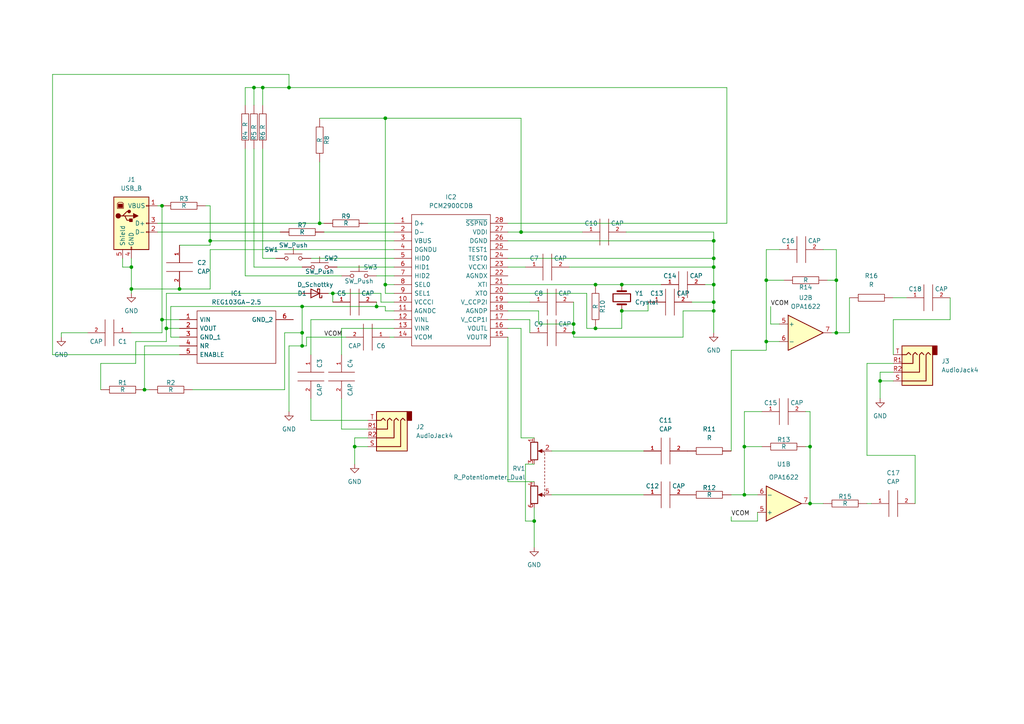
<source format=kicad_sch>
(kicad_sch (version 20211123) (generator eeschema)

  (uuid c2c6ec41-03b1-46cb-91f9-294498c1428d)

  (paper "A4")

  (lib_symbols
    (symbol "Amplifier_Audio:OPA1622" (pin_names (offset 0.127)) (in_bom yes) (on_board yes)
      (property "Reference" "U" (id 0) (at 3.81 6.35 0)
        (effects (font (size 1.27 1.27)) (justify left))
      )
      (property "Value" "OPA1622" (id 1) (at 3.81 3.81 0)
        (effects (font (size 1.27 1.27)) (justify left))
      )
      (property "Footprint" "Package_SON:Texas_S-PVSON-N10" (id 2) (at 0 -10.16 0)
        (effects (font (size 1.27 1.27)) hide)
      )
      (property "Datasheet" "http://www.ti.com/lit/ds/symlink/opa1622.pdf" (id 3) (at 0 0 0)
        (effects (font (size 1.27 1.27)) hide)
      )
      (property "ki_locked" "" (id 4) (at 0 0 0)
        (effects (font (size 1.27 1.27)))
      )
      (property "ki_keywords" "dual opamp audio" (id 5) (at 0 0 0)
        (effects (font (size 1.27 1.27)) hide)
      )
      (property "ki_description" "High-Fidelity, Bipolar-Input, Audio Operational Amplifier, VSON-10" (id 6) (at 0 0 0)
        (effects (font (size 1.27 1.27)) hide)
      )
      (property "ki_fp_filters" "Texas*PVSON*" (id 7) (at 0 0 0)
        (effects (font (size 1.27 1.27)) hide)
      )
      (symbol "OPA1622_1_1"
        (polyline
          (pts
            (xy -5.08 5.08)
            (xy 5.08 0)
            (xy -5.08 -5.08)
            (xy -5.08 5.08)
            (xy -5.08 5.08)
          )
          (stroke (width 0.254) (type default) (color 0 0 0 0))
          (fill (type background))
        )
        (pin input line (at -7.62 2.54 0) (length 2.54)
          (name "+" (effects (font (size 1.27 1.27))))
          (number "1" (effects (font (size 1.27 1.27))))
        )
        (pin input line (at -7.62 -2.54 0) (length 2.54)
          (name "-" (effects (font (size 1.27 1.27))))
          (number "10" (effects (font (size 1.27 1.27))))
        )
        (pin input line (at 0 7.62 270) (length 5.08)
          (name "EN" (effects (font (size 0.508 0.508))))
          (number "8" (effects (font (size 1.27 1.27))))
        )
        (pin output line (at 7.62 0 180) (length 2.54)
          (name "~" (effects (font (size 1.27 1.27))))
          (number "9" (effects (font (size 1.27 1.27))))
        )
      )
      (symbol "OPA1622_2_1"
        (polyline
          (pts
            (xy -5.08 5.08)
            (xy 5.08 0)
            (xy -5.08 -5.08)
            (xy -5.08 5.08)
            (xy -5.08 5.08)
          )
          (stroke (width 0.254) (type default) (color 0 0 0 0))
          (fill (type background))
        )
        (pin input line (at -7.62 2.54 0) (length 2.54)
          (name "+" (effects (font (size 1.27 1.27))))
          (number "5" (effects (font (size 1.27 1.27))))
        )
        (pin input line (at -7.62 -2.54 0) (length 2.54)
          (name "-" (effects (font (size 1.27 1.27))))
          (number "6" (effects (font (size 1.27 1.27))))
        )
        (pin output line (at 7.62 0 180) (length 2.54)
          (name "~" (effects (font (size 1.27 1.27))))
          (number "7" (effects (font (size 1.27 1.27))))
        )
      )
      (symbol "OPA1622_3_1"
        (pin passive line (at -2.54 -7.62 90) (length 3.81) hide
          (name "V-" (effects (font (size 1.27 1.27))))
          (number "11" (effects (font (size 1.27 1.27))))
        )
        (pin power_in line (at -2.54 7.62 270) (length 3.81)
          (name "V+" (effects (font (size 1.27 1.27))))
          (number "2" (effects (font (size 1.27 1.27))))
        )
        (pin power_in line (at 0 -7.62 90) (length 5.08)
          (name "GND" (effects (font (size 0.508 0.508))))
          (number "3" (effects (font (size 1.27 1.27))))
        )
        (pin power_in line (at -2.54 -7.62 90) (length 3.81)
          (name "V-" (effects (font (size 1.27 1.27))))
          (number "4" (effects (font (size 1.27 1.27))))
        )
      )
    )
    (symbol "Connector:AudioJack4" (in_bom yes) (on_board yes)
      (property "Reference" "J" (id 0) (at 0 8.89 0)
        (effects (font (size 1.27 1.27)))
      )
      (property "Value" "AudioJack4" (id 1) (at 0 6.35 0)
        (effects (font (size 1.27 1.27)))
      )
      (property "Footprint" "" (id 2) (at 0 0 0)
        (effects (font (size 1.27 1.27)) hide)
      )
      (property "Datasheet" "~" (id 3) (at 0 0 0)
        (effects (font (size 1.27 1.27)) hide)
      )
      (property "ki_keywords" "audio jack receptacle stereo headphones TRRS connector" (id 4) (at 0 0 0)
        (effects (font (size 1.27 1.27)) hide)
      )
      (property "ki_description" "Audio Jack, 4 Poles (TRRS)" (id 5) (at 0 0 0)
        (effects (font (size 1.27 1.27)) hide)
      )
      (property "ki_fp_filters" "Jack*" (id 6) (at 0 0 0)
        (effects (font (size 1.27 1.27)) hide)
      )
      (symbol "AudioJack4_0_1"
        (rectangle (start -6.35 -5.08) (end -7.62 -7.62)
          (stroke (width 0.254) (type default) (color 0 0 0 0))
          (fill (type outline))
        )
        (polyline
          (pts
            (xy 0 -5.08)
            (xy 0.635 -5.715)
            (xy 1.27 -5.08)
            (xy 2.54 -5.08)
          )
          (stroke (width 0.254) (type default) (color 0 0 0 0))
          (fill (type none))
        )
        (polyline
          (pts
            (xy -5.715 -5.08)
            (xy -5.08 -5.715)
            (xy -4.445 -5.08)
            (xy -4.445 2.54)
            (xy 2.54 2.54)
          )
          (stroke (width 0.254) (type default) (color 0 0 0 0))
          (fill (type none))
        )
        (polyline
          (pts
            (xy -1.905 -5.08)
            (xy -1.27 -5.715)
            (xy -0.635 -5.08)
            (xy -0.635 -2.54)
            (xy 2.54 -2.54)
          )
          (stroke (width 0.254) (type default) (color 0 0 0 0))
          (fill (type none))
        )
        (polyline
          (pts
            (xy 2.54 0)
            (xy -2.54 0)
            (xy -2.54 -5.08)
            (xy -3.175 -5.715)
            (xy -3.81 -5.08)
          )
          (stroke (width 0.254) (type default) (color 0 0 0 0))
          (fill (type none))
        )
        (rectangle (start 2.54 3.81) (end -6.35 -7.62)
          (stroke (width 0.254) (type default) (color 0 0 0 0))
          (fill (type background))
        )
      )
      (symbol "AudioJack4_1_1"
        (pin passive line (at 5.08 -2.54 180) (length 2.54)
          (name "~" (effects (font (size 1.27 1.27))))
          (number "R1" (effects (font (size 1.27 1.27))))
        )
        (pin passive line (at 5.08 0 180) (length 2.54)
          (name "~" (effects (font (size 1.27 1.27))))
          (number "R2" (effects (font (size 1.27 1.27))))
        )
        (pin passive line (at 5.08 2.54 180) (length 2.54)
          (name "~" (effects (font (size 1.27 1.27))))
          (number "S" (effects (font (size 1.27 1.27))))
        )
        (pin passive line (at 5.08 -5.08 180) (length 2.54)
          (name "~" (effects (font (size 1.27 1.27))))
          (number "T" (effects (font (size 1.27 1.27))))
        )
      )
    )
    (symbol "Connector:USB_B" (pin_names (offset 1.016)) (in_bom yes) (on_board yes)
      (property "Reference" "J" (id 0) (at -5.08 11.43 0)
        (effects (font (size 1.27 1.27)) (justify left))
      )
      (property "Value" "USB_B" (id 1) (at -5.08 8.89 0)
        (effects (font (size 1.27 1.27)) (justify left))
      )
      (property "Footprint" "" (id 2) (at 3.81 -1.27 0)
        (effects (font (size 1.27 1.27)) hide)
      )
      (property "Datasheet" " ~" (id 3) (at 3.81 -1.27 0)
        (effects (font (size 1.27 1.27)) hide)
      )
      (property "ki_keywords" "connector USB" (id 4) (at 0 0 0)
        (effects (font (size 1.27 1.27)) hide)
      )
      (property "ki_description" "USB Type B connector" (id 5) (at 0 0 0)
        (effects (font (size 1.27 1.27)) hide)
      )
      (property "ki_fp_filters" "USB*" (id 6) (at 0 0 0)
        (effects (font (size 1.27 1.27)) hide)
      )
      (symbol "USB_B_0_1"
        (rectangle (start -5.08 -7.62) (end 5.08 7.62)
          (stroke (width 0.254) (type default) (color 0 0 0 0))
          (fill (type background))
        )
        (circle (center -3.81 2.159) (radius 0.635)
          (stroke (width 0.254) (type default) (color 0 0 0 0))
          (fill (type outline))
        )
        (rectangle (start -3.81 5.588) (end -2.54 4.572)
          (stroke (width 0) (type default) (color 0 0 0 0))
          (fill (type outline))
        )
        (circle (center -0.635 3.429) (radius 0.381)
          (stroke (width 0.254) (type default) (color 0 0 0 0))
          (fill (type outline))
        )
        (rectangle (start -0.127 -7.62) (end 0.127 -6.858)
          (stroke (width 0) (type default) (color 0 0 0 0))
          (fill (type none))
        )
        (polyline
          (pts
            (xy -1.905 2.159)
            (xy 0.635 2.159)
          )
          (stroke (width 0.254) (type default) (color 0 0 0 0))
          (fill (type none))
        )
        (polyline
          (pts
            (xy -3.175 2.159)
            (xy -2.54 2.159)
            (xy -1.27 3.429)
            (xy -0.635 3.429)
          )
          (stroke (width 0.254) (type default) (color 0 0 0 0))
          (fill (type none))
        )
        (polyline
          (pts
            (xy -2.54 2.159)
            (xy -1.905 2.159)
            (xy -1.27 0.889)
            (xy 0 0.889)
          )
          (stroke (width 0.254) (type default) (color 0 0 0 0))
          (fill (type none))
        )
        (polyline
          (pts
            (xy 0.635 2.794)
            (xy 0.635 1.524)
            (xy 1.905 2.159)
            (xy 0.635 2.794)
          )
          (stroke (width 0.254) (type default) (color 0 0 0 0))
          (fill (type outline))
        )
        (polyline
          (pts
            (xy -4.064 4.318)
            (xy -2.286 4.318)
            (xy -2.286 5.715)
            (xy -2.667 6.096)
            (xy -3.683 6.096)
            (xy -4.064 5.715)
            (xy -4.064 4.318)
          )
          (stroke (width 0) (type default) (color 0 0 0 0))
          (fill (type none))
        )
        (rectangle (start 0.254 1.27) (end -0.508 0.508)
          (stroke (width 0.254) (type default) (color 0 0 0 0))
          (fill (type outline))
        )
        (rectangle (start 5.08 -2.667) (end 4.318 -2.413)
          (stroke (width 0) (type default) (color 0 0 0 0))
          (fill (type none))
        )
        (rectangle (start 5.08 -0.127) (end 4.318 0.127)
          (stroke (width 0) (type default) (color 0 0 0 0))
          (fill (type none))
        )
        (rectangle (start 5.08 4.953) (end 4.318 5.207)
          (stroke (width 0) (type default) (color 0 0 0 0))
          (fill (type none))
        )
      )
      (symbol "USB_B_1_1"
        (pin power_out line (at 7.62 5.08 180) (length 2.54)
          (name "VBUS" (effects (font (size 1.27 1.27))))
          (number "1" (effects (font (size 1.27 1.27))))
        )
        (pin bidirectional line (at 7.62 -2.54 180) (length 2.54)
          (name "D-" (effects (font (size 1.27 1.27))))
          (number "2" (effects (font (size 1.27 1.27))))
        )
        (pin bidirectional line (at 7.62 0 180) (length 2.54)
          (name "D+" (effects (font (size 1.27 1.27))))
          (number "3" (effects (font (size 1.27 1.27))))
        )
        (pin power_out line (at 0 -10.16 90) (length 2.54)
          (name "GND" (effects (font (size 1.27 1.27))))
          (number "4" (effects (font (size 1.27 1.27))))
        )
        (pin passive line (at -2.54 -10.16 90) (length 2.54)
          (name "Shield" (effects (font (size 1.27 1.27))))
          (number "5" (effects (font (size 1.27 1.27))))
        )
      )
    )
    (symbol "Device:Crystal" (pin_numbers hide) (pin_names (offset 1.016) hide) (in_bom yes) (on_board yes)
      (property "Reference" "Y" (id 0) (at 0 3.81 0)
        (effects (font (size 1.27 1.27)))
      )
      (property "Value" "Crystal" (id 1) (at 0 -3.81 0)
        (effects (font (size 1.27 1.27)))
      )
      (property "Footprint" "" (id 2) (at 0 0 0)
        (effects (font (size 1.27 1.27)) hide)
      )
      (property "Datasheet" "~" (id 3) (at 0 0 0)
        (effects (font (size 1.27 1.27)) hide)
      )
      (property "ki_keywords" "quartz ceramic resonator oscillator" (id 4) (at 0 0 0)
        (effects (font (size 1.27 1.27)) hide)
      )
      (property "ki_description" "Two pin crystal" (id 5) (at 0 0 0)
        (effects (font (size 1.27 1.27)) hide)
      )
      (property "ki_fp_filters" "Crystal*" (id 6) (at 0 0 0)
        (effects (font (size 1.27 1.27)) hide)
      )
      (symbol "Crystal_0_1"
        (rectangle (start -1.143 2.54) (end 1.143 -2.54)
          (stroke (width 0.3048) (type default) (color 0 0 0 0))
          (fill (type none))
        )
        (polyline
          (pts
            (xy -2.54 0)
            (xy -1.905 0)
          )
          (stroke (width 0) (type default) (color 0 0 0 0))
          (fill (type none))
        )
        (polyline
          (pts
            (xy -1.905 -1.27)
            (xy -1.905 1.27)
          )
          (stroke (width 0.508) (type default) (color 0 0 0 0))
          (fill (type none))
        )
        (polyline
          (pts
            (xy 1.905 -1.27)
            (xy 1.905 1.27)
          )
          (stroke (width 0.508) (type default) (color 0 0 0 0))
          (fill (type none))
        )
        (polyline
          (pts
            (xy 2.54 0)
            (xy 1.905 0)
          )
          (stroke (width 0) (type default) (color 0 0 0 0))
          (fill (type none))
        )
      )
      (symbol "Crystal_1_1"
        (pin passive line (at -3.81 0 0) (length 1.27)
          (name "1" (effects (font (size 1.27 1.27))))
          (number "1" (effects (font (size 1.27 1.27))))
        )
        (pin passive line (at 3.81 0 180) (length 1.27)
          (name "2" (effects (font (size 1.27 1.27))))
          (number "2" (effects (font (size 1.27 1.27))))
        )
      )
    )
    (symbol "Device:D_Schottky" (pin_numbers hide) (pin_names (offset 1.016) hide) (in_bom yes) (on_board yes)
      (property "Reference" "D" (id 0) (at 0 2.54 0)
        (effects (font (size 1.27 1.27)))
      )
      (property "Value" "D_Schottky" (id 1) (at 0 -2.54 0)
        (effects (font (size 1.27 1.27)))
      )
      (property "Footprint" "" (id 2) (at 0 0 0)
        (effects (font (size 1.27 1.27)) hide)
      )
      (property "Datasheet" "~" (id 3) (at 0 0 0)
        (effects (font (size 1.27 1.27)) hide)
      )
      (property "ki_keywords" "diode Schottky" (id 4) (at 0 0 0)
        (effects (font (size 1.27 1.27)) hide)
      )
      (property "ki_description" "Schottky diode" (id 5) (at 0 0 0)
        (effects (font (size 1.27 1.27)) hide)
      )
      (property "ki_fp_filters" "TO-???* *_Diode_* *SingleDiode* D_*" (id 6) (at 0 0 0)
        (effects (font (size 1.27 1.27)) hide)
      )
      (symbol "D_Schottky_0_1"
        (polyline
          (pts
            (xy 1.27 0)
            (xy -1.27 0)
          )
          (stroke (width 0) (type default) (color 0 0 0 0))
          (fill (type none))
        )
        (polyline
          (pts
            (xy 1.27 1.27)
            (xy 1.27 -1.27)
            (xy -1.27 0)
            (xy 1.27 1.27)
          )
          (stroke (width 0.254) (type default) (color 0 0 0 0))
          (fill (type none))
        )
        (polyline
          (pts
            (xy -1.905 0.635)
            (xy -1.905 1.27)
            (xy -1.27 1.27)
            (xy -1.27 -1.27)
            (xy -0.635 -1.27)
            (xy -0.635 -0.635)
          )
          (stroke (width 0.254) (type default) (color 0 0 0 0))
          (fill (type none))
        )
      )
      (symbol "D_Schottky_1_1"
        (pin passive line (at -3.81 0 0) (length 2.54)
          (name "K" (effects (font (size 1.27 1.27))))
          (number "1" (effects (font (size 1.27 1.27))))
        )
        (pin passive line (at 3.81 0 180) (length 2.54)
          (name "A" (effects (font (size 1.27 1.27))))
          (number "2" (effects (font (size 1.27 1.27))))
        )
      )
    )
    (symbol "Device:R_Potentiometer_Dual" (pin_names (offset 1.016) hide) (in_bom yes) (on_board yes)
      (property "Reference" "RV" (id 0) (at 0 3.81 0)
        (effects (font (size 1.27 1.27)))
      )
      (property "Value" "R_Potentiometer_Dual" (id 1) (at 0 1.905 0)
        (effects (font (size 1.27 1.27)))
      )
      (property "Footprint" "" (id 2) (at 6.35 -1.905 0)
        (effects (font (size 1.27 1.27)) hide)
      )
      (property "Datasheet" "~" (id 3) (at 6.35 -1.905 0)
        (effects (font (size 1.27 1.27)) hide)
      )
      (property "ki_keywords" "resistor variable" (id 4) (at 0 0 0)
        (effects (font (size 1.27 1.27)) hide)
      )
      (property "ki_description" "Dual potentiometer" (id 5) (at 0 0 0)
        (effects (font (size 1.27 1.27)) hide)
      )
      (property "ki_fp_filters" "Potentiometer*" (id 6) (at 0 0 0)
        (effects (font (size 1.27 1.27)) hide)
      )
      (symbol "R_Potentiometer_Dual_0_1"
        (rectangle (start -8.89 -1.524) (end -3.81 -3.556)
          (stroke (width 0.254) (type default) (color 0 0 0 0))
          (fill (type none))
        )
        (polyline
          (pts
            (xy -6.35 0)
            (xy -6.35 -1.016)
          )
          (stroke (width 0) (type default) (color 0 0 0 0))
          (fill (type none))
        )
        (polyline
          (pts
            (xy -6.35 0)
            (xy -6.35 -1.016)
          )
          (stroke (width 0) (type default) (color 0 0 0 0))
          (fill (type none))
        )
        (polyline
          (pts
            (xy -6.35 0)
            (xy -5.842 0.508)
          )
          (stroke (width 0) (type default) (color 0 0 0 0))
          (fill (type none))
        )
        (polyline
          (pts
            (xy -5.588 0.508)
            (xy -5.08 0.508)
          )
          (stroke (width 0) (type default) (color 0 0 0 0))
          (fill (type none))
        )
        (polyline
          (pts
            (xy -4.572 0.508)
            (xy -4.064 0.508)
          )
          (stroke (width 0) (type default) (color 0 0 0 0))
          (fill (type none))
        )
        (polyline
          (pts
            (xy -3.556 0.508)
            (xy -3.048 0.508)
          )
          (stroke (width 0) (type default) (color 0 0 0 0))
          (fill (type none))
        )
        (polyline
          (pts
            (xy -2.54 0.508)
            (xy -2.032 0.508)
          )
          (stroke (width 0) (type default) (color 0 0 0 0))
          (fill (type none))
        )
        (polyline
          (pts
            (xy -1.524 0.508)
            (xy -1.016 0.508)
          )
          (stroke (width 0) (type default) (color 0 0 0 0))
          (fill (type none))
        )
        (polyline
          (pts
            (xy -0.508 0.508)
            (xy 0 0.508)
          )
          (stroke (width 0) (type default) (color 0 0 0 0))
          (fill (type none))
        )
        (polyline
          (pts
            (xy 0.508 0.508)
            (xy 1.016 0.508)
          )
          (stroke (width 0) (type default) (color 0 0 0 0))
          (fill (type none))
        )
        (polyline
          (pts
            (xy 1.524 0.508)
            (xy 2.032 0.508)
          )
          (stroke (width 0) (type default) (color 0 0 0 0))
          (fill (type none))
        )
        (polyline
          (pts
            (xy 2.54 0.508)
            (xy 3.048 0.508)
          )
          (stroke (width 0) (type default) (color 0 0 0 0))
          (fill (type none))
        )
        (polyline
          (pts
            (xy 3.556 0.508)
            (xy 4.064 0.508)
          )
          (stroke (width 0) (type default) (color 0 0 0 0))
          (fill (type none))
        )
        (polyline
          (pts
            (xy 4.572 0.508)
            (xy 5.08 0.508)
          )
          (stroke (width 0) (type default) (color 0 0 0 0))
          (fill (type none))
        )
        (polyline
          (pts
            (xy 5.588 0.508)
            (xy 6.096 0.508)
          )
          (stroke (width 0) (type default) (color 0 0 0 0))
          (fill (type none))
        )
        (polyline
          (pts
            (xy 6.35 0)
            (xy 6.35 -1.016)
          )
          (stroke (width 0) (type default) (color 0 0 0 0))
          (fill (type none))
        )
        (polyline
          (pts
            (xy 6.35 0)
            (xy 6.35 -1.016)
          )
          (stroke (width 0) (type default) (color 0 0 0 0))
          (fill (type none))
        )
        (polyline
          (pts
            (xy 6.604 0.508)
            (xy 6.858 0.508)
            (xy 6.35 0)
          )
          (stroke (width 0) (type default) (color 0 0 0 0))
          (fill (type none))
        )
        (polyline
          (pts
            (xy -6.35 -1.397)
            (xy -6.858 -0.254)
            (xy -5.842 -0.254)
            (xy -6.35 -1.397)
          )
          (stroke (width 0) (type default) (color 0 0 0 0))
          (fill (type outline))
        )
        (polyline
          (pts
            (xy 6.35 -1.397)
            (xy 5.842 -0.254)
            (xy 6.858 -0.254)
            (xy 6.35 -1.397)
          )
          (stroke (width 0) (type default) (color 0 0 0 0))
          (fill (type outline))
        )
        (rectangle (start 3.81 -1.524) (end 8.89 -3.556)
          (stroke (width 0.254) (type default) (color 0 0 0 0))
          (fill (type none))
        )
      )
      (symbol "R_Potentiometer_Dual_1_1"
        (pin passive line (at -10.16 -2.54 0) (length 1.27)
          (name "1" (effects (font (size 1.27 1.27))))
          (number "1" (effects (font (size 1.27 1.27))))
        )
        (pin passive line (at -6.35 2.54 270) (length 2.54)
          (name "2" (effects (font (size 1.27 1.27))))
          (number "2" (effects (font (size 1.27 1.27))))
        )
        (pin passive line (at -2.54 -2.54 180) (length 1.27)
          (name "3" (effects (font (size 1.27 1.27))))
          (number "3" (effects (font (size 1.27 1.27))))
        )
        (pin passive line (at 2.54 -2.54 0) (length 1.27)
          (name "4" (effects (font (size 1.27 1.27))))
          (number "4" (effects (font (size 1.27 1.27))))
        )
        (pin passive line (at 6.35 2.54 270) (length 2.54)
          (name "5" (effects (font (size 1.27 1.27))))
          (number "5" (effects (font (size 1.27 1.27))))
        )
        (pin passive line (at 10.16 -2.54 180) (length 1.27)
          (name "6" (effects (font (size 1.27 1.27))))
          (number "6" (effects (font (size 1.27 1.27))))
        )
      )
    )
    (symbol "PCM2900CDB:PCM2900CDB" (pin_names (offset 0.762)) (in_bom yes) (on_board yes)
      (property "Reference" "IC" (id 0) (at 29.21 7.62 0)
        (effects (font (size 1.27 1.27)) (justify left))
      )
      (property "Value" "PCM2900CDB" (id 1) (at 29.21 5.08 0)
        (effects (font (size 1.27 1.27)) (justify left))
      )
      (property "Footprint" "SOP65P780X200-28N" (id 2) (at 29.21 2.54 0)
        (effects (font (size 1.27 1.27)) (justify left) hide)
      )
      (property "Datasheet" "http://www.ti.com/lit/gpn/PCM2900C" (id 3) (at 29.21 0 0)
        (effects (font (size 1.27 1.27)) (justify left) hide)
      )
      (property "Description" "Stereo USB1.1 CODEC with line-out (HID Interface)" (id 4) (at 29.21 -2.54 0)
        (effects (font (size 1.27 1.27)) (justify left) hide)
      )
      (property "Height" "2" (id 5) (at 29.21 -5.08 0)
        (effects (font (size 1.27 1.27)) (justify left) hide)
      )
      (property "Manufacturer_Name" "Texas Instruments" (id 6) (at 29.21 -7.62 0)
        (effects (font (size 1.27 1.27)) (justify left) hide)
      )
      (property "Manufacturer_Part_Number" "PCM2900CDB" (id 7) (at 29.21 -10.16 0)
        (effects (font (size 1.27 1.27)) (justify left) hide)
      )
      (property "Mouser Part Number" "595-PCM2900CDB" (id 8) (at 29.21 -12.7 0)
        (effects (font (size 1.27 1.27)) (justify left) hide)
      )
      (property "Mouser Price/Stock" "https://www.mouser.co.uk/ProductDetail/Texas-Instruments/PCM2900CDB?qs=LDM2r2BBpnZ%2FCrfHCkZoqA%3D%3D" (id 9) (at 29.21 -15.24 0)
        (effects (font (size 1.27 1.27)) (justify left) hide)
      )
      (property "Arrow Part Number" "PCM2900CDB" (id 10) (at 29.21 -17.78 0)
        (effects (font (size 1.27 1.27)) (justify left) hide)
      )
      (property "Arrow Price/Stock" "https://www.arrow.com/en/products/pcm2900cdb/texas-instruments" (id 11) (at 29.21 -20.32 0)
        (effects (font (size 1.27 1.27)) (justify left) hide)
      )
      (property "Mouser Testing Part Number" "" (id 12) (at 29.21 -22.86 0)
        (effects (font (size 1.27 1.27)) (justify left) hide)
      )
      (property "Mouser Testing Price/Stock" "" (id 13) (at 29.21 -25.4 0)
        (effects (font (size 1.27 1.27)) (justify left) hide)
      )
      (property "ki_description" "Stereo USB1.1 CODEC with line-out (HID Interface)" (id 14) (at 0 0 0)
        (effects (font (size 1.27 1.27)) hide)
      )
      (symbol "PCM2900CDB_0_0"
        (pin passive line (at 0 0 0) (length 5.08)
          (name "D+" (effects (font (size 1.27 1.27))))
          (number "1" (effects (font (size 1.27 1.27))))
        )
        (pin passive line (at 0 -22.86 0) (length 5.08)
          (name "VCCCI" (effects (font (size 1.27 1.27))))
          (number "10" (effects (font (size 1.27 1.27))))
        )
        (pin passive line (at 0 -25.4 0) (length 5.08)
          (name "AGNDC" (effects (font (size 1.27 1.27))))
          (number "11" (effects (font (size 1.27 1.27))))
        )
        (pin passive line (at 0 -27.94 0) (length 5.08)
          (name "VINL" (effects (font (size 1.27 1.27))))
          (number "12" (effects (font (size 1.27 1.27))))
        )
        (pin passive line (at 0 -30.48 0) (length 5.08)
          (name "VINR" (effects (font (size 1.27 1.27))))
          (number "13" (effects (font (size 1.27 1.27))))
        )
        (pin passive line (at 0 -33.02 0) (length 5.08)
          (name "VCOM" (effects (font (size 1.27 1.27))))
          (number "14" (effects (font (size 1.27 1.27))))
        )
        (pin passive line (at 33.02 -33.02 180) (length 5.08)
          (name "VOUTR" (effects (font (size 1.27 1.27))))
          (number "15" (effects (font (size 1.27 1.27))))
        )
        (pin passive line (at 33.02 -30.48 180) (length 5.08)
          (name "VOUTL" (effects (font (size 1.27 1.27))))
          (number "16" (effects (font (size 1.27 1.27))))
        )
        (pin passive line (at 33.02 -27.94 180) (length 5.08)
          (name "V_CCP1I" (effects (font (size 1.27 1.27))))
          (number "17" (effects (font (size 1.27 1.27))))
        )
        (pin passive line (at 33.02 -25.4 180) (length 5.08)
          (name "AGNDP" (effects (font (size 1.27 1.27))))
          (number "18" (effects (font (size 1.27 1.27))))
        )
        (pin passive line (at 33.02 -22.86 180) (length 5.08)
          (name "V_CCP2I" (effects (font (size 1.27 1.27))))
          (number "19" (effects (font (size 1.27 1.27))))
        )
        (pin passive line (at 0 -2.54 0) (length 5.08)
          (name "D-" (effects (font (size 1.27 1.27))))
          (number "2" (effects (font (size 1.27 1.27))))
        )
        (pin passive line (at 33.02 -20.32 180) (length 5.08)
          (name "XTO" (effects (font (size 1.27 1.27))))
          (number "20" (effects (font (size 1.27 1.27))))
        )
        (pin passive line (at 33.02 -17.78 180) (length 5.08)
          (name "XTI" (effects (font (size 1.27 1.27))))
          (number "21" (effects (font (size 1.27 1.27))))
        )
        (pin passive line (at 33.02 -15.24 180) (length 5.08)
          (name "AGNDX" (effects (font (size 1.27 1.27))))
          (number "22" (effects (font (size 1.27 1.27))))
        )
        (pin passive line (at 33.02 -12.7 180) (length 5.08)
          (name "VCCXI" (effects (font (size 1.27 1.27))))
          (number "23" (effects (font (size 1.27 1.27))))
        )
        (pin passive line (at 33.02 -10.16 180) (length 5.08)
          (name "TEST0" (effects (font (size 1.27 1.27))))
          (number "24" (effects (font (size 1.27 1.27))))
        )
        (pin passive line (at 33.02 -7.62 180) (length 5.08)
          (name "TEST1" (effects (font (size 1.27 1.27))))
          (number "25" (effects (font (size 1.27 1.27))))
        )
        (pin passive line (at 33.02 -5.08 180) (length 5.08)
          (name "DGND" (effects (font (size 1.27 1.27))))
          (number "26" (effects (font (size 1.27 1.27))))
        )
        (pin passive line (at 33.02 -2.54 180) (length 5.08)
          (name "VDDI" (effects (font (size 1.27 1.27))))
          (number "27" (effects (font (size 1.27 1.27))))
        )
        (pin passive line (at 33.02 0 180) (length 5.08)
          (name "~{SSPND}" (effects (font (size 1.27 1.27))))
          (number "28" (effects (font (size 1.27 1.27))))
        )
        (pin passive line (at 0 -5.08 0) (length 5.08)
          (name "VBUS" (effects (font (size 1.27 1.27))))
          (number "3" (effects (font (size 1.27 1.27))))
        )
        (pin passive line (at 0 -7.62 0) (length 5.08)
          (name "DGNDU" (effects (font (size 1.27 1.27))))
          (number "4" (effects (font (size 1.27 1.27))))
        )
        (pin passive line (at 0 -10.16 0) (length 5.08)
          (name "HID0" (effects (font (size 1.27 1.27))))
          (number "5" (effects (font (size 1.27 1.27))))
        )
        (pin passive line (at 0 -12.7 0) (length 5.08)
          (name "HID1" (effects (font (size 1.27 1.27))))
          (number "6" (effects (font (size 1.27 1.27))))
        )
        (pin passive line (at 0 -15.24 0) (length 5.08)
          (name "HID2" (effects (font (size 1.27 1.27))))
          (number "7" (effects (font (size 1.27 1.27))))
        )
        (pin passive line (at 0 -17.78 0) (length 5.08)
          (name "SEL0" (effects (font (size 1.27 1.27))))
          (number "8" (effects (font (size 1.27 1.27))))
        )
        (pin passive line (at 0 -20.32 0) (length 5.08)
          (name "SEL1" (effects (font (size 1.27 1.27))))
          (number "9" (effects (font (size 1.27 1.27))))
        )
      )
      (symbol "PCM2900CDB_0_1"
        (polyline
          (pts
            (xy 5.08 2.54)
            (xy 27.94 2.54)
            (xy 27.94 -35.56)
            (xy 5.08 -35.56)
            (xy 5.08 2.54)
          )
          (stroke (width 0.1524) (type default) (color 0 0 0 0))
          (fill (type none))
        )
      )
    )
    (symbol "REG103GA-2.5:REG103GA-2.5" (pin_names (offset 0.762)) (in_bom yes) (on_board yes)
      (property "Reference" "IC" (id 0) (at 29.21 7.62 0)
        (effects (font (size 1.27 1.27)) (justify left))
      )
      (property "Value" "REG103GA-2.5" (id 1) (at 29.21 5.08 0)
        (effects (font (size 1.27 1.27)) (justify left))
      )
      (property "Footprint" "SOT127P706X180-6N" (id 2) (at 29.21 2.54 0)
        (effects (font (size 1.27 1.27)) (justify left) hide)
      )
      (property "Datasheet" "http://www.ti.com/lit/gpn/reg103" (id 3) (at 29.21 0 0)
        (effects (font (size 1.27 1.27)) (justify left) hide)
      )
      (property "Description" "500mA, Low-Noise, Low Dropout Regulator" (id 4) (at 29.21 -2.54 0)
        (effects (font (size 1.27 1.27)) (justify left) hide)
      )
      (property "Height" "1.8" (id 5) (at 29.21 -5.08 0)
        (effects (font (size 1.27 1.27)) (justify left) hide)
      )
      (property "Manufacturer_Name" "Texas Instruments" (id 6) (at 29.21 -7.62 0)
        (effects (font (size 1.27 1.27)) (justify left) hide)
      )
      (property "Manufacturer_Part_Number" "REG103GA-2.5" (id 7) (at 29.21 -10.16 0)
        (effects (font (size 1.27 1.27)) (justify left) hide)
      )
      (property "Mouser Part Number" "595-REG103GA-2.5" (id 8) (at 29.21 -12.7 0)
        (effects (font (size 1.27 1.27)) (justify left) hide)
      )
      (property "Mouser Price/Stock" "https://www.mouser.co.uk/ProductDetail/Texas-Instruments/REG103GA-2.5?qs=sSOk4GDDv7zfxx3d7M5GWw%3D%3D" (id 9) (at 29.21 -15.24 0)
        (effects (font (size 1.27 1.27)) (justify left) hide)
      )
      (property "Arrow Part Number" "" (id 10) (at 29.21 -17.78 0)
        (effects (font (size 1.27 1.27)) (justify left) hide)
      )
      (property "Arrow Price/Stock" "" (id 11) (at 29.21 -20.32 0)
        (effects (font (size 1.27 1.27)) (justify left) hide)
      )
      (property "Mouser Testing Part Number" "" (id 12) (at 29.21 -22.86 0)
        (effects (font (size 1.27 1.27)) (justify left) hide)
      )
      (property "Mouser Testing Price/Stock" "" (id 13) (at 29.21 -25.4 0)
        (effects (font (size 1.27 1.27)) (justify left) hide)
      )
      (property "ki_description" "500mA, Low-Noise, Low Dropout Regulator" (id 14) (at 0 0 0)
        (effects (font (size 1.27 1.27)) hide)
      )
      (symbol "REG103GA-2.5_0_0"
        (pin passive line (at 0 0 0) (length 5.08)
          (name "VIN" (effects (font (size 1.27 1.27))))
          (number "1" (effects (font (size 1.27 1.27))))
        )
        (pin passive line (at 0 -2.54 0) (length 5.08)
          (name "VOUT" (effects (font (size 1.27 1.27))))
          (number "2" (effects (font (size 1.27 1.27))))
        )
        (pin passive line (at 0 -5.08 0) (length 5.08)
          (name "GND_1" (effects (font (size 1.27 1.27))))
          (number "3" (effects (font (size 1.27 1.27))))
        )
        (pin passive line (at 0 -7.62 0) (length 5.08)
          (name "NR" (effects (font (size 1.27 1.27))))
          (number "4" (effects (font (size 1.27 1.27))))
        )
        (pin passive line (at 0 -10.16 0) (length 5.08)
          (name "ENABLE" (effects (font (size 1.27 1.27))))
          (number "5" (effects (font (size 1.27 1.27))))
        )
        (pin passive line (at 33.02 0 180) (length 5.08)
          (name "GND_2" (effects (font (size 1.27 1.27))))
          (number "6" (effects (font (size 1.27 1.27))))
        )
      )
      (symbol "REG103GA-2.5_0_1"
        (polyline
          (pts
            (xy 5.08 2.54)
            (xy 27.94 2.54)
            (xy 27.94 -12.7)
            (xy 5.08 -12.7)
            (xy 5.08 2.54)
          )
          (stroke (width 0.1524) (type default) (color 0 0 0 0))
          (fill (type none))
        )
      )
    )
    (symbol "Switch:SW_Push" (pin_numbers hide) (pin_names (offset 1.016) hide) (in_bom yes) (on_board yes)
      (property "Reference" "SW" (id 0) (at 1.27 2.54 0)
        (effects (font (size 1.27 1.27)) (justify left))
      )
      (property "Value" "SW_Push" (id 1) (at 0 -1.524 0)
        (effects (font (size 1.27 1.27)))
      )
      (property "Footprint" "" (id 2) (at 0 5.08 0)
        (effects (font (size 1.27 1.27)) hide)
      )
      (property "Datasheet" "~" (id 3) (at 0 5.08 0)
        (effects (font (size 1.27 1.27)) hide)
      )
      (property "ki_keywords" "switch normally-open pushbutton push-button" (id 4) (at 0 0 0)
        (effects (font (size 1.27 1.27)) hide)
      )
      (property "ki_description" "Push button switch, generic, two pins" (id 5) (at 0 0 0)
        (effects (font (size 1.27 1.27)) hide)
      )
      (symbol "SW_Push_0_1"
        (circle (center -2.032 0) (radius 0.508)
          (stroke (width 0) (type default) (color 0 0 0 0))
          (fill (type none))
        )
        (polyline
          (pts
            (xy 0 1.27)
            (xy 0 3.048)
          )
          (stroke (width 0) (type default) (color 0 0 0 0))
          (fill (type none))
        )
        (polyline
          (pts
            (xy 2.54 1.27)
            (xy -2.54 1.27)
          )
          (stroke (width 0) (type default) (color 0 0 0 0))
          (fill (type none))
        )
        (circle (center 2.032 0) (radius 0.508)
          (stroke (width 0) (type default) (color 0 0 0 0))
          (fill (type none))
        )
        (pin passive line (at -5.08 0 0) (length 2.54)
          (name "1" (effects (font (size 1.27 1.27))))
          (number "1" (effects (font (size 1.27 1.27))))
        )
        (pin passive line (at 5.08 0 180) (length 2.54)
          (name "2" (effects (font (size 1.27 1.27))))
          (number "2" (effects (font (size 1.27 1.27))))
        )
      )
    )
    (symbol "power:GND" (power) (pin_names (offset 0)) (in_bom yes) (on_board yes)
      (property "Reference" "#PWR" (id 0) (at 0 -6.35 0)
        (effects (font (size 1.27 1.27)) hide)
      )
      (property "Value" "GND" (id 1) (at 0 -3.81 0)
        (effects (font (size 1.27 1.27)))
      )
      (property "Footprint" "" (id 2) (at 0 0 0)
        (effects (font (size 1.27 1.27)) hide)
      )
      (property "Datasheet" "" (id 3) (at 0 0 0)
        (effects (font (size 1.27 1.27)) hide)
      )
      (property "ki_keywords" "power-flag" (id 4) (at 0 0 0)
        (effects (font (size 1.27 1.27)) hide)
      )
      (property "ki_description" "Power symbol creates a global label with name \"GND\" , ground" (id 5) (at 0 0 0)
        (effects (font (size 1.27 1.27)) hide)
      )
      (symbol "GND_0_1"
        (polyline
          (pts
            (xy 0 0)
            (xy 0 -1.27)
            (xy 1.27 -1.27)
            (xy 0 -2.54)
            (xy -1.27 -1.27)
            (xy 0 -1.27)
          )
          (stroke (width 0) (type default) (color 0 0 0 0))
          (fill (type none))
        )
      )
      (symbol "GND_1_1"
        (pin power_in line (at 0 0 270) (length 0) hide
          (name "GND" (effects (font (size 1.27 1.27))))
          (number "1" (effects (font (size 1.27 1.27))))
        )
      )
    )
    (symbol "pspice:CAP" (pin_names (offset 0.254)) (in_bom yes) (on_board yes)
      (property "Reference" "C" (id 0) (at 2.54 3.81 90)
        (effects (font (size 1.27 1.27)))
      )
      (property "Value" "CAP" (id 1) (at 2.54 -3.81 90)
        (effects (font (size 1.27 1.27)))
      )
      (property "Footprint" "" (id 2) (at 0 0 0)
        (effects (font (size 1.27 1.27)) hide)
      )
      (property "Datasheet" "~" (id 3) (at 0 0 0)
        (effects (font (size 1.27 1.27)) hide)
      )
      (property "ki_keywords" "simulation" (id 4) (at 0 0 0)
        (effects (font (size 1.27 1.27)) hide)
      )
      (property "ki_description" "Capacitor symbol for simulation only" (id 5) (at 0 0 0)
        (effects (font (size 1.27 1.27)) hide)
      )
      (symbol "CAP_0_1"
        (polyline
          (pts
            (xy -3.81 -1.27)
            (xy 3.81 -1.27)
          )
          (stroke (width 0) (type default) (color 0 0 0 0))
          (fill (type none))
        )
        (polyline
          (pts
            (xy -3.81 1.27)
            (xy 3.81 1.27)
          )
          (stroke (width 0) (type default) (color 0 0 0 0))
          (fill (type none))
        )
      )
      (symbol "CAP_1_1"
        (pin passive line (at 0 6.35 270) (length 5.08)
          (name "~" (effects (font (size 1.016 1.016))))
          (number "1" (effects (font (size 1.016 1.016))))
        )
        (pin passive line (at 0 -6.35 90) (length 5.08)
          (name "~" (effects (font (size 1.016 1.016))))
          (number "2" (effects (font (size 1.016 1.016))))
        )
      )
    )
    (symbol "pspice:R" (pin_numbers hide) (pin_names (offset 0)) (in_bom yes) (on_board yes)
      (property "Reference" "R" (id 0) (at 2.032 0 90)
        (effects (font (size 1.27 1.27)))
      )
      (property "Value" "R" (id 1) (at 0 0 90)
        (effects (font (size 1.27 1.27)))
      )
      (property "Footprint" "" (id 2) (at 0 0 0)
        (effects (font (size 1.27 1.27)) hide)
      )
      (property "Datasheet" "~" (id 3) (at 0 0 0)
        (effects (font (size 1.27 1.27)) hide)
      )
      (property "ki_keywords" "resistor simulation" (id 4) (at 0 0 0)
        (effects (font (size 1.27 1.27)) hide)
      )
      (property "ki_description" "Resistor symbol for simulation only" (id 5) (at 0 0 0)
        (effects (font (size 1.27 1.27)) hide)
      )
      (symbol "R_0_1"
        (rectangle (start -1.016 3.81) (end 1.016 -3.81)
          (stroke (width 0) (type default) (color 0 0 0 0))
          (fill (type none))
        )
      )
      (symbol "R_1_1"
        (pin passive line (at 0 6.35 270) (length 2.54)
          (name "~" (effects (font (size 1.27 1.27))))
          (number "1" (effects (font (size 1.27 1.27))))
        )
        (pin passive line (at 0 -6.35 90) (length 2.54)
          (name "~" (effects (font (size 1.27 1.27))))
          (number "2" (effects (font (size 1.27 1.27))))
        )
      )
    )
  )

  (junction (at 207.01 82.55) (diameter 0) (color 0 0 0 0)
    (uuid 02de7858-e849-45de-8805-d7de694acdbf)
  )
  (junction (at 87.63 88.9) (diameter 0) (color 0 0 0 0)
    (uuid 10c19ed8-b70a-409e-a9b1-0853a19851e8)
  )
  (junction (at 83.82 25.4) (diameter 0) (color 0 0 0 0)
    (uuid 13c75e12-a8a7-48a6-ae24-3c0da30d85db)
  )
  (junction (at 46.99 59.69) (diameter 0) (color 0 0 0 0)
    (uuid 16a9e08e-b3c7-45e0-ab7b-23a1d088cdf1)
  )
  (junction (at 222.25 99.06) (diameter 0) (color 0 0 0 0)
    (uuid 1fd43f75-35b3-4393-9f08-11b94d1f2a8e)
  )
  (junction (at 60.96 69.85) (diameter 0) (color 0 0 0 0)
    (uuid 22977baf-016b-4e17-929c-95ef888ff844)
  )
  (junction (at 87.63 100.33) (diameter 0) (color 0 0 0 0)
    (uuid 28ae5838-23ea-4749-b967-230db746c9f3)
  )
  (junction (at 96.52 85.09) (diameter 0) (color 0 0 0 0)
    (uuid 2b810261-e0b9-404f-9789-1e72ffe2219c)
  )
  (junction (at 255.27 110.49) (diameter 0) (color 0 0 0 0)
    (uuid 328391e0-4c60-4845-9e57-9fe67202fca4)
  )
  (junction (at 154.94 151.13) (diameter 0) (color 0 0 0 0)
    (uuid 33696200-487b-4fad-83a3-0db55dd80cfe)
  )
  (junction (at 87.63 96.52) (diameter 0) (color 0 0 0 0)
    (uuid 3773aa8c-ca74-41a3-b8da-a223b237d80d)
  )
  (junction (at 207.01 77.47) (diameter 0) (color 0 0 0 0)
    (uuid 49b30fff-de74-482a-9d10-1a45c363beda)
  )
  (junction (at 46.99 92.71) (diameter 0) (color 0 0 0 0)
    (uuid 4a47b69f-6a35-46ce-9d7b-6dac3e62a5e9)
  )
  (junction (at 180.34 82.55) (diameter 0) (color 0 0 0 0)
    (uuid 4e53e27f-4814-4b26-aed0-a1a4b49dbf36)
  )
  (junction (at 215.9 143.51) (diameter 0) (color 0 0 0 0)
    (uuid 512db028-fdbf-4463-bbcb-9111713dc294)
  )
  (junction (at 172.72 82.55) (diameter 0) (color 0 0 0 0)
    (uuid 5859a7db-8a44-4f3f-a7da-5830973c1d66)
  )
  (junction (at 222.25 81.28) (diameter 0) (color 0 0 0 0)
    (uuid 643337a2-58bc-4287-bd8b-d5b9b96bfa7e)
  )
  (junction (at 38.1 77.47) (diameter 0) (color 0 0 0 0)
    (uuid 6dccc957-21b5-4e45-9114-51f651c49daf)
  )
  (junction (at 111.76 34.29) (diameter 0) (color 0 0 0 0)
    (uuid 77920d31-4208-43d0-8787-be006588b823)
  )
  (junction (at 207.01 69.85) (diameter 0) (color 0 0 0 0)
    (uuid 7946a830-1643-4053-8089-ff9484e7703a)
  )
  (junction (at 207.01 87.63) (diameter 0) (color 0 0 0 0)
    (uuid 7f105ad8-6adb-474d-9f69-fecd54dae012)
  )
  (junction (at 207.01 90.17) (diameter 0) (color 0 0 0 0)
    (uuid 8c38bfe9-0263-4d86-8d78-2c3ccbcee36c)
  )
  (junction (at 109.22 88.9) (diameter 0) (color 0 0 0 0)
    (uuid 8ebc9f16-34d1-47ee-9c1e-3319acbf3a07)
  )
  (junction (at 111.76 82.55) (diameter 0) (color 0 0 0 0)
    (uuid 8f870a6d-42f2-4275-8c2a-b6b15deb2c27)
  )
  (junction (at 166.37 96.52) (diameter 0) (color 0 0 0 0)
    (uuid 92cdbcb9-92cd-4b19-a941-5fd1b26a0def)
  )
  (junction (at 151.13 67.31) (diameter 0) (color 0 0 0 0)
    (uuid a0be4df6-9cf1-4d3c-a416-1db64b856c7e)
  )
  (junction (at 242.57 81.28) (diameter 0) (color 0 0 0 0)
    (uuid b2770bb0-7729-435a-96cf-bf979be93cb8)
  )
  (junction (at 92.71 64.77) (diameter 0) (color 0 0 0 0)
    (uuid b427cfa0-1053-4169-b1cf-07b68ba63b4b)
  )
  (junction (at 215.9 129.54) (diameter 0) (color 0 0 0 0)
    (uuid b9f62b5b-aba4-434b-9e0b-40f6e9be0c7a)
  )
  (junction (at 73.66 25.4) (diameter 0) (color 0 0 0 0)
    (uuid bbc91fab-3b63-4999-b051-dbf41d5b6c5a)
  )
  (junction (at 234.95 129.54) (diameter 0) (color 0 0 0 0)
    (uuid c0739b66-7d9e-4f50-89e8-e7b508e748eb)
  )
  (junction (at 102.87 129.54) (diameter 0) (color 0 0 0 0)
    (uuid c1f97481-fa72-4675-aa8d-4c76846e5297)
  )
  (junction (at 207.01 74.93) (diameter 0) (color 0 0 0 0)
    (uuid c6fa38ac-57e6-4ae3-a37a-a5a5fb323bf0)
  )
  (junction (at 166.37 93.98) (diameter 0) (color 0 0 0 0)
    (uuid ceace314-bb66-485f-a41d-382b2489f5cf)
  )
  (junction (at 242.57 96.52) (diameter 0) (color 0 0 0 0)
    (uuid d9469e4e-2be8-4c53-a33f-6f30f3418b00)
  )
  (junction (at 234.95 146.05) (diameter 0) (color 0 0 0 0)
    (uuid e11be339-ad6f-4a0e-8e98-9136f3773b02)
  )
  (junction (at 76.2 25.4) (diameter 0) (color 0 0 0 0)
    (uuid e259f8c6-2490-49f5-be6e-555ac56f9b7f)
  )
  (junction (at 48.26 95.25) (diameter 0) (color 0 0 0 0)
    (uuid e56e7048-1185-4dd3-8eb0-d112840ee5fa)
  )
  (junction (at 41.91 113.03) (diameter 0) (color 0 0 0 0)
    (uuid e7723f79-46f3-4628-adb8-e1dd7a7d6e9f)
  )
  (junction (at 38.1 83.82) (diameter 0) (color 0 0 0 0)
    (uuid eb09f131-3ca2-4311-9317-db676dc117ec)
  )
  (junction (at 52.07 83.82) (diameter 0) (color 0 0 0 0)
    (uuid f1b4404c-b9c5-4121-8c61-d909bfae2053)
  )
  (junction (at 172.72 95.25) (diameter 0) (color 0 0 0 0)
    (uuid f5f37b7f-d20d-4581-9f40-16500e7b4d92)
  )
  (junction (at 180.34 90.17) (diameter 0) (color 0 0 0 0)
    (uuid f672e09c-5522-4f59-bbfc-fb3db785acd6)
  )

  (wire (pts (xy 76.2 25.4) (xy 73.66 25.4))
    (stroke (width 0) (type default) (color 0 0 0 0))
    (uuid 02479dca-41bd-43fd-9984-55341a92e967)
  )
  (wire (pts (xy 96.52 85.09) (xy 110.49 85.09))
    (stroke (width 0) (type default) (color 0 0 0 0))
    (uuid 02d90341-1cd4-45a9-b11d-05a3f440cfb5)
  )
  (wire (pts (xy 220.98 119.38) (xy 215.9 119.38))
    (stroke (width 0) (type default) (color 0 0 0 0))
    (uuid 03a139f4-f963-4f0d-902d-628fd96e2abd)
  )
  (wire (pts (xy 223.52 88.9) (xy 223.52 93.98))
    (stroke (width 0) (type default) (color 0 0 0 0))
    (uuid 0595f91c-5736-4cd6-94d7-545d736aa26b)
  )
  (wire (pts (xy 172.72 82.55) (xy 180.34 82.55))
    (stroke (width 0) (type default) (color 0 0 0 0))
    (uuid 0672df23-c297-444d-8d96-9383b4f1b40b)
  )
  (wire (pts (xy 92.71 64.77) (xy 93.98 64.77))
    (stroke (width 0) (type default) (color 0 0 0 0))
    (uuid 06e6c3d4-d3ee-4b38-800d-3a124642529f)
  )
  (wire (pts (xy 198.12 97.79) (xy 198.12 90.17))
    (stroke (width 0) (type default) (color 0 0 0 0))
    (uuid 070c9a9e-f65e-45f2-ae22-75bf717faf39)
  )
  (wire (pts (xy 52.07 71.12) (xy 60.96 71.12))
    (stroke (width 0) (type default) (color 0 0 0 0))
    (uuid 08011d62-57ff-4fa9-8210-839609c0f35e)
  )
  (wire (pts (xy 181.61 67.31) (xy 207.01 67.31))
    (stroke (width 0) (type default) (color 0 0 0 0))
    (uuid 0854e9d4-49b8-44ed-b1a2-8fbbd028b940)
  )
  (wire (pts (xy 60.96 69.85) (xy 60.96 71.12))
    (stroke (width 0) (type default) (color 0 0 0 0))
    (uuid 09da4396-f434-4b1b-a645-e8ee812e9edb)
  )
  (wire (pts (xy 83.82 21.59) (xy 83.82 25.4))
    (stroke (width 0) (type default) (color 0 0 0 0))
    (uuid 0a5442b7-e605-40a7-96db-8f3273768553)
  )
  (wire (pts (xy 71.12 80.01) (xy 71.12 43.18))
    (stroke (width 0) (type default) (color 0 0 0 0))
    (uuid 0a55a7a6-4c2a-4421-8b87-654704e02dba)
  )
  (wire (pts (xy 92.71 46.99) (xy 92.71 64.77))
    (stroke (width 0) (type default) (color 0 0 0 0))
    (uuid 0a68beda-51cd-4b50-8c54-06ee9a0a42c5)
  )
  (wire (pts (xy 233.68 119.38) (xy 234.95 119.38))
    (stroke (width 0) (type default) (color 0 0 0 0))
    (uuid 0b5107c2-09a2-47a8-965d-f778a2efb3b0)
  )
  (wire (pts (xy 99.06 80.01) (xy 71.12 80.01))
    (stroke (width 0) (type default) (color 0 0 0 0))
    (uuid 0c3b599d-0488-4d73-8d06-d702a608769a)
  )
  (wire (pts (xy 97.79 77.47) (xy 114.3 77.47))
    (stroke (width 0) (type default) (color 0 0 0 0))
    (uuid 0d320c41-4118-4a54-bd74-02d504ae05dc)
  )
  (wire (pts (xy 111.76 90.17) (xy 114.3 90.17))
    (stroke (width 0) (type default) (color 0 0 0 0))
    (uuid 14974c73-f59a-4149-bbe1-4b6236e19c3b)
  )
  (wire (pts (xy 110.49 85.09) (xy 110.49 87.63))
    (stroke (width 0) (type default) (color 0 0 0 0))
    (uuid 164185ec-ac3e-4674-bafd-e7fe28081580)
  )
  (wire (pts (xy 241.3 96.52) (xy 242.57 96.52))
    (stroke (width 0) (type default) (color 0 0 0 0))
    (uuid 17d77af9-4add-48f5-bd94-dd44c34b38dd)
  )
  (wire (pts (xy 99.06 124.46) (xy 106.68 124.46))
    (stroke (width 0) (type default) (color 0 0 0 0))
    (uuid 182efe6c-b92d-4123-a944-81dfb120e195)
  )
  (wire (pts (xy 48.26 85.09) (xy 48.26 95.25))
    (stroke (width 0) (type default) (color 0 0 0 0))
    (uuid 19096276-6ef3-4977-bb9f-3acbbe5b5ac9)
  )
  (wire (pts (xy 55.88 113.03) (xy 82.55 113.03))
    (stroke (width 0) (type default) (color 0 0 0 0))
    (uuid 199310fd-833f-47da-8022-6c7195d98b0d)
  )
  (wire (pts (xy 219.71 151.13) (xy 212.09 151.13))
    (stroke (width 0) (type default) (color 0 0 0 0))
    (uuid 19d84a9b-fa63-4e2f-9227-ad44a4802a56)
  )
  (wire (pts (xy 147.32 69.85) (xy 207.01 69.85))
    (stroke (width 0) (type default) (color 0 0 0 0))
    (uuid 19ed7827-c9e8-47ee-be1a-6c8d61986344)
  )
  (wire (pts (xy 147.32 92.71) (xy 153.67 92.71))
    (stroke (width 0) (type default) (color 0 0 0 0))
    (uuid 1cf04e1c-13a4-41ba-8467-5ebf3ec9e2de)
  )
  (wire (pts (xy 170.18 95.25) (xy 172.72 95.25))
    (stroke (width 0) (type default) (color 0 0 0 0))
    (uuid 2048b555-b442-46db-9a70-841c21586620)
  )
  (wire (pts (xy 111.76 88.9) (xy 111.76 90.17))
    (stroke (width 0) (type default) (color 0 0 0 0))
    (uuid 209329b4-d856-4c29-abb7-e9faace81dd0)
  )
  (wire (pts (xy 96.52 85.09) (xy 96.52 87.63))
    (stroke (width 0) (type default) (color 0 0 0 0))
    (uuid 224b497c-0262-4c58-8a5f-93b50ca69189)
  )
  (wire (pts (xy 38.1 77.47) (xy 38.1 83.82))
    (stroke (width 0) (type default) (color 0 0 0 0))
    (uuid 26ab731d-5248-458a-b8ae-23da700bdbed)
  )
  (wire (pts (xy 180.34 82.55) (xy 191.77 82.55))
    (stroke (width 0) (type default) (color 0 0 0 0))
    (uuid 27ed92ed-2ca1-4288-be12-995716f2e860)
  )
  (wire (pts (xy 223.52 93.98) (xy 226.06 93.98))
    (stroke (width 0) (type default) (color 0 0 0 0))
    (uuid 28ff9092-12e1-48e6-b4b9-3bf03e4ffbf6)
  )
  (wire (pts (xy 212.09 101.6) (xy 222.25 101.6))
    (stroke (width 0) (type default) (color 0 0 0 0))
    (uuid 297f9db7-49dd-4cf2-93f3-e8e53a311b3b)
  )
  (wire (pts (xy 242.57 96.52) (xy 242.57 81.28))
    (stroke (width 0) (type default) (color 0 0 0 0))
    (uuid 2b63d37b-327a-4789-aadd-f5ee29aee0cf)
  )
  (wire (pts (xy 109.22 80.01) (xy 114.3 80.01))
    (stroke (width 0) (type default) (color 0 0 0 0))
    (uuid 2bc966c3-7a41-4463-8d62-75f5b2a670d7)
  )
  (wire (pts (xy 242.57 72.39) (xy 242.57 81.28))
    (stroke (width 0) (type default) (color 0 0 0 0))
    (uuid 2e050a0a-b457-428e-af60-633857295928)
  )
  (wire (pts (xy 52.07 83.82) (xy 60.96 83.82))
    (stroke (width 0) (type default) (color 0 0 0 0))
    (uuid 2e0f5101-7035-4778-b71f-2541070a91b7)
  )
  (wire (pts (xy 259.08 92.71) (xy 275.59 92.71))
    (stroke (width 0) (type default) (color 0 0 0 0))
    (uuid 2e152719-7596-44aa-a818-cb021cfb5e90)
  )
  (wire (pts (xy 82.55 96.52) (xy 87.63 96.52))
    (stroke (width 0) (type default) (color 0 0 0 0))
    (uuid 2f12adbe-a0ec-41fe-9872-5c113e9264df)
  )
  (wire (pts (xy 106.68 64.77) (xy 114.3 64.77))
    (stroke (width 0) (type default) (color 0 0 0 0))
    (uuid 2f968918-b328-4165-bbc7-0e828a52c1e1)
  )
  (wire (pts (xy 95.25 85.09) (xy 96.52 85.09))
    (stroke (width 0) (type default) (color 0 0 0 0))
    (uuid 30782e12-7870-490c-8910-fd4d221e1624)
  )
  (wire (pts (xy 60.96 59.69) (xy 60.96 69.85))
    (stroke (width 0) (type default) (color 0 0 0 0))
    (uuid 3131a33a-ff7f-4177-831b-9ab88b012f7b)
  )
  (wire (pts (xy 207.01 77.47) (xy 207.01 82.55))
    (stroke (width 0) (type default) (color 0 0 0 0))
    (uuid 33cbaa91-a86a-43a5-9703-d85c684441d3)
  )
  (wire (pts (xy 111.76 34.29) (xy 92.71 34.29))
    (stroke (width 0) (type default) (color 0 0 0 0))
    (uuid 345643cb-b216-4d3f-986d-aa68f1d96f58)
  )
  (wire (pts (xy 71.12 25.4) (xy 71.12 30.48))
    (stroke (width 0) (type default) (color 0 0 0 0))
    (uuid 34c9dd5b-d1d1-496f-9621-7b3a632f184a)
  )
  (wire (pts (xy 147.32 67.31) (xy 151.13 67.31))
    (stroke (width 0) (type default) (color 0 0 0 0))
    (uuid 35a4711f-3c50-42d4-a1a9-af966d391a6f)
  )
  (wire (pts (xy 82.55 113.03) (xy 82.55 96.52))
    (stroke (width 0) (type default) (color 0 0 0 0))
    (uuid 3673854c-e21b-4e62-b121-fb68b307f695)
  )
  (wire (pts (xy 46.99 96.52) (xy 46.99 92.71))
    (stroke (width 0) (type default) (color 0 0 0 0))
    (uuid 3702d2d1-1bcb-4c8d-bba2-4201696afe50)
  )
  (wire (pts (xy 219.71 148.59) (xy 219.71 151.13))
    (stroke (width 0) (type default) (color 0 0 0 0))
    (uuid 374df627-535c-4fc0-8b17-acb3b925cc31)
  )
  (wire (pts (xy 45.72 64.77) (xy 92.71 64.77))
    (stroke (width 0) (type default) (color 0 0 0 0))
    (uuid 375e4f56-6e32-4923-9e26-206e8427dc9f)
  )
  (wire (pts (xy 207.01 82.55) (xy 207.01 87.63))
    (stroke (width 0) (type default) (color 0 0 0 0))
    (uuid 37753260-5cfb-4563-b8f9-9b38a09555a9)
  )
  (wire (pts (xy 198.12 90.17) (xy 207.01 90.17))
    (stroke (width 0) (type default) (color 0 0 0 0))
    (uuid 38426efb-49df-480e-9cd3-d71600c1e70b)
  )
  (wire (pts (xy 73.66 77.47) (xy 73.66 43.18))
    (stroke (width 0) (type default) (color 0 0 0 0))
    (uuid 3a5837be-d1fb-4132-a0fc-b07eed13d428)
  )
  (wire (pts (xy 255.27 107.95) (xy 255.27 110.49))
    (stroke (width 0) (type default) (color 0 0 0 0))
    (uuid 3ba53c40-9c9d-4bed-ac17-490837fa52d9)
  )
  (wire (pts (xy 222.25 101.6) (xy 222.25 99.06))
    (stroke (width 0) (type default) (color 0 0 0 0))
    (uuid 3c7e07ae-fb5b-4c49-8b07-61320916b0db)
  )
  (wire (pts (xy 151.13 127) (xy 154.94 127))
    (stroke (width 0) (type default) (color 0 0 0 0))
    (uuid 3c8189b8-0acd-4325-883d-f867eb3b9c24)
  )
  (wire (pts (xy 255.27 110.49) (xy 259.08 110.49))
    (stroke (width 0) (type default) (color 0 0 0 0))
    (uuid 3cc22e7d-3533-4a79-a9ef-f24fb527ef47)
  )
  (wire (pts (xy 215.9 119.38) (xy 215.9 129.54))
    (stroke (width 0) (type default) (color 0 0 0 0))
    (uuid 3d5a4372-4460-41a2-b711-eb9f6c1116ba)
  )
  (wire (pts (xy 147.32 77.47) (xy 152.4 77.47))
    (stroke (width 0) (type default) (color 0 0 0 0))
    (uuid 3e2d124a-663f-466f-aaa8-44e943d5e513)
  )
  (wire (pts (xy 102.87 129.54) (xy 106.68 129.54))
    (stroke (width 0) (type default) (color 0 0 0 0))
    (uuid 3e84e747-4573-4d4f-8f32-ad80e8269056)
  )
  (wire (pts (xy 166.37 93.98) (xy 166.37 96.52))
    (stroke (width 0) (type default) (color 0 0 0 0))
    (uuid 3f16e4bc-a2c5-4c54-a2f6-0c25ecf1ad04)
  )
  (wire (pts (xy 114.3 85.09) (xy 111.76 85.09))
    (stroke (width 0) (type default) (color 0 0 0 0))
    (uuid 3f68de95-0d58-413a-9feb-f85740558fb9)
  )
  (wire (pts (xy 90.17 102.87) (xy 90.17 92.71))
    (stroke (width 0) (type default) (color 0 0 0 0))
    (uuid 40fcedb5-1360-47bb-859a-f5d9acc76ddb)
  )
  (wire (pts (xy 80.01 74.93) (xy 76.2 74.93))
    (stroke (width 0) (type default) (color 0 0 0 0))
    (uuid 428fc37f-129b-4ba9-a8a8-905fae04be8a)
  )
  (wire (pts (xy 90.17 92.71) (xy 114.3 92.71))
    (stroke (width 0) (type default) (color 0 0 0 0))
    (uuid 4647c4f8-f160-4dd0-8298-f7560de0adb0)
  )
  (wire (pts (xy 76.2 74.93) (xy 76.2 43.18))
    (stroke (width 0) (type default) (color 0 0 0 0))
    (uuid 48cc0011-37ac-4f3a-8cc6-e1e8504abda1)
  )
  (wire (pts (xy 215.9 143.51) (xy 215.9 129.54))
    (stroke (width 0) (type default) (color 0 0 0 0))
    (uuid 5077d770-1b94-4804-9117-f9571625d784)
  )
  (wire (pts (xy 251.46 146.05) (xy 252.73 146.05))
    (stroke (width 0) (type default) (color 0 0 0 0))
    (uuid 515ace0c-19e0-45d5-953e-622021e21828)
  )
  (wire (pts (xy 265.43 132.08) (xy 251.46 132.08))
    (stroke (width 0) (type default) (color 0 0 0 0))
    (uuid 51d36c04-947d-4963-b54f-22f5e9a7582c)
  )
  (wire (pts (xy 87.63 77.47) (xy 73.66 77.47))
    (stroke (width 0) (type default) (color 0 0 0 0))
    (uuid 530bc9d5-10de-4413-8f23-933050e6741d)
  )
  (wire (pts (xy 255.27 110.49) (xy 255.27 115.57))
    (stroke (width 0) (type default) (color 0 0 0 0))
    (uuid 53ace3bd-dd06-41de-b9e8-f1a745c6fe86)
  )
  (wire (pts (xy 165.1 77.47) (xy 207.01 77.47))
    (stroke (width 0) (type default) (color 0 0 0 0))
    (uuid 552a954e-5529-4238-b346-3f5e0562e01e)
  )
  (wire (pts (xy 38.1 96.52) (xy 46.99 96.52))
    (stroke (width 0) (type default) (color 0 0 0 0))
    (uuid 5809eb01-7455-4cad-a350-1a7a3919f07f)
  )
  (wire (pts (xy 147.32 95.25) (xy 151.13 95.25))
    (stroke (width 0) (type default) (color 0 0 0 0))
    (uuid 59403e46-05ea-4bf5-80d0-7a1f94df25b5)
  )
  (wire (pts (xy 99.06 102.87) (xy 99.06 95.25))
    (stroke (width 0) (type default) (color 0 0 0 0))
    (uuid 5a2a3899-91da-4e75-ad2b-ec65df5fc787)
  )
  (wire (pts (xy 35.56 77.47) (xy 38.1 77.47))
    (stroke (width 0) (type default) (color 0 0 0 0))
    (uuid 5a848cc0-1fc6-49ae-a7fe-c07717044d4a)
  )
  (wire (pts (xy 109.22 88.9) (xy 111.76 88.9))
    (stroke (width 0) (type default) (color 0 0 0 0))
    (uuid 5a8fd018-a040-42fb-b5a3-2a8b139e4fa4)
  )
  (wire (pts (xy 275.59 92.71) (xy 275.59 86.36))
    (stroke (width 0) (type default) (color 0 0 0 0))
    (uuid 6051be43-e078-495f-bc9e-af7441b10d5c)
  )
  (wire (pts (xy 207.01 69.85) (xy 207.01 74.93))
    (stroke (width 0) (type default) (color 0 0 0 0))
    (uuid 6257c32b-9c06-4024-8d4c-59ac55f5d656)
  )
  (wire (pts (xy 147.32 64.77) (xy 210.82 64.77))
    (stroke (width 0) (type default) (color 0 0 0 0))
    (uuid 62ad8d8f-73ee-4fbb-b975-1c4a30d6c044)
  )
  (wire (pts (xy 242.57 81.28) (xy 240.03 81.28))
    (stroke (width 0) (type default) (color 0 0 0 0))
    (uuid 62f6cabc-a3f4-40d6-9560-f724a6f570a2)
  )
  (wire (pts (xy 17.78 96.52) (xy 17.78 97.79))
    (stroke (width 0) (type default) (color 0 0 0 0))
    (uuid 62f775ab-b1ad-44cf-ab09-212cbc60cfb0)
  )
  (wire (pts (xy 151.13 67.31) (xy 151.13 34.29))
    (stroke (width 0) (type default) (color 0 0 0 0))
    (uuid 631039ae-1325-4ea3-8388-e008831202a8)
  )
  (wire (pts (xy 83.82 100.33) (xy 87.63 100.33))
    (stroke (width 0) (type default) (color 0 0 0 0))
    (uuid 64f1edaf-a6a9-4841-a228-dac67d12e40d)
  )
  (wire (pts (xy 114.3 72.39) (xy 60.96 72.39))
    (stroke (width 0) (type default) (color 0 0 0 0))
    (uuid 652a7439-af2f-4a74-a9fc-e1dc6eba0f4c)
  )
  (wire (pts (xy 109.22 87.63) (xy 109.22 88.9))
    (stroke (width 0) (type default) (color 0 0 0 0))
    (uuid 65cb27ad-7a70-4581-8341-59257113e429)
  )
  (wire (pts (xy 154.94 147.32) (xy 154.94 151.13))
    (stroke (width 0) (type default) (color 0 0 0 0))
    (uuid 66eb709b-94d7-41f8-98ba-bdb33477461b)
  )
  (wire (pts (xy 187.96 90.17) (xy 187.96 87.63))
    (stroke (width 0) (type default) (color 0 0 0 0))
    (uuid 67608ea1-e14c-452f-99ec-74a1e0536b6e)
  )
  (wire (pts (xy 180.34 90.17) (xy 180.34 95.25))
    (stroke (width 0) (type default) (color 0 0 0 0))
    (uuid 6768a13c-56a0-4f58-bfa8-ac20019201df)
  )
  (wire (pts (xy 99.06 95.25) (xy 114.3 95.25))
    (stroke (width 0) (type default) (color 0 0 0 0))
    (uuid 69c971e9-f032-4fd8-90d6-6bcb9e363d70)
  )
  (wire (pts (xy 151.13 67.31) (xy 168.91 67.31))
    (stroke (width 0) (type default) (color 0 0 0 0))
    (uuid 69d51520-b121-459d-a4bc-deb1e67e37ed)
  )
  (wire (pts (xy 156.21 93.98) (xy 166.37 93.98))
    (stroke (width 0) (type default) (color 0 0 0 0))
    (uuid 6e377c3b-347d-4356-9576-46b639445f13)
  )
  (wire (pts (xy 152.4 134.62) (xy 152.4 151.13))
    (stroke (width 0) (type default) (color 0 0 0 0))
    (uuid 6f42c724-1c6d-44a4-829e-776fa877311f)
  )
  (wire (pts (xy 52.07 100.33) (xy 41.91 100.33))
    (stroke (width 0) (type default) (color 0 0 0 0))
    (uuid 7072444e-ed80-4978-8840-a04eb7fe8814)
  )
  (wire (pts (xy 234.95 119.38) (xy 234.95 129.54))
    (stroke (width 0) (type default) (color 0 0 0 0))
    (uuid 7100c502-9a0e-4221-9a20-81ea1af4b30a)
  )
  (wire (pts (xy 102.87 129.54) (xy 102.87 134.62))
    (stroke (width 0) (type default) (color 0 0 0 0))
    (uuid 714341fc-8027-4327-8120-539e334b9461)
  )
  (wire (pts (xy 215.9 129.54) (xy 220.98 129.54))
    (stroke (width 0) (type default) (color 0 0 0 0))
    (uuid 724a50eb-310e-4681-9fed-8ec89d56cca5)
  )
  (wire (pts (xy 106.68 127) (xy 102.87 127))
    (stroke (width 0) (type default) (color 0 0 0 0))
    (uuid 74530a1a-a876-4d8f-a7e5-e9b4cf616047)
  )
  (wire (pts (xy 35.56 74.93) (xy 35.56 77.47))
    (stroke (width 0) (type default) (color 0 0 0 0))
    (uuid 759d9f08-696a-4210-90dd-39648ecd8d94)
  )
  (wire (pts (xy 156.21 90.17) (xy 156.21 93.98))
    (stroke (width 0) (type default) (color 0 0 0 0))
    (uuid 77a4ffdb-b237-4b2a-bbe4-c240867e2827)
  )
  (wire (pts (xy 15.24 102.87) (xy 15.24 21.59))
    (stroke (width 0) (type default) (color 0 0 0 0))
    (uuid 7bb9e5fa-9bc4-46d6-9143-0d994a4eede0)
  )
  (wire (pts (xy 90.17 74.93) (xy 114.3 74.93))
    (stroke (width 0) (type default) (color 0 0 0 0))
    (uuid 7c21e8e9-285d-4b1e-bfd8-0f5374f1d842)
  )
  (wire (pts (xy 110.49 87.63) (xy 114.3 87.63))
    (stroke (width 0) (type default) (color 0 0 0 0))
    (uuid 7dc96402-3576-495d-96c6-3de5ed16c045)
  )
  (wire (pts (xy 222.25 99.06) (xy 226.06 99.06))
    (stroke (width 0) (type default) (color 0 0 0 0))
    (uuid 8157541d-eafc-4ed6-a253-33f4a3a2fa3f)
  )
  (wire (pts (xy 87.63 96.52) (xy 87.63 88.9))
    (stroke (width 0) (type default) (color 0 0 0 0))
    (uuid 822bb19e-a432-43b5-bf9e-293c60d1bfac)
  )
  (wire (pts (xy 83.82 100.33) (xy 83.82 119.38))
    (stroke (width 0) (type default) (color 0 0 0 0))
    (uuid 85d72e9e-ac56-483f-b2dc-4adf402c14e0)
  )
  (wire (pts (xy 90.17 115.57) (xy 90.17 121.92))
    (stroke (width 0) (type default) (color 0 0 0 0))
    (uuid 8752a373-cb3a-4619-baf0-88299653fe81)
  )
  (wire (pts (xy 234.95 146.05) (xy 234.95 129.54))
    (stroke (width 0) (type default) (color 0 0 0 0))
    (uuid 876bf8fa-01d2-499a-be6c-f09f63a78127)
  )
  (wire (pts (xy 102.87 127) (xy 102.87 129.54))
    (stroke (width 0) (type default) (color 0 0 0 0))
    (uuid 888280a5-f7fd-4329-961c-fb76bd73f823)
  )
  (wire (pts (xy 88.9 97.79) (xy 88.9 100.33))
    (stroke (width 0) (type default) (color 0 0 0 0))
    (uuid 88ad37ff-2fc8-4186-9c69-80f288006f01)
  )
  (wire (pts (xy 207.01 87.63) (xy 207.01 90.17))
    (stroke (width 0) (type default) (color 0 0 0 0))
    (uuid 8bad5336-2206-4736-8e02-8e9f6bc053d4)
  )
  (wire (pts (xy 212.09 151.13) (xy 212.09 149.86))
    (stroke (width 0) (type default) (color 0 0 0 0))
    (uuid 8bfbb0e7-4600-4e4d-b135-2b736b0c9e9f)
  )
  (wire (pts (xy 29.21 113.03) (xy 29.21 105.41))
    (stroke (width 0) (type default) (color 0 0 0 0))
    (uuid 8e5c8b5c-18fe-485f-9b57-f085729b1432)
  )
  (wire (pts (xy 87.63 100.33) (xy 87.63 96.52))
    (stroke (width 0) (type default) (color 0 0 0 0))
    (uuid 91494e71-53ab-482f-b458-8f57e229e291)
  )
  (wire (pts (xy 111.76 85.09) (xy 111.76 82.55))
    (stroke (width 0) (type default) (color 0 0 0 0))
    (uuid 923cf7c0-f6ae-453f-a1fd-e8f31d9a45e8)
  )
  (wire (pts (xy 39.37 105.41) (xy 39.37 99.06))
    (stroke (width 0) (type default) (color 0 0 0 0))
    (uuid 9260a1fa-193c-4772-902e-19bf575c7ff6)
  )
  (wire (pts (xy 100.33 97.79) (xy 88.9 97.79))
    (stroke (width 0) (type default) (color 0 0 0 0))
    (uuid 94396891-83be-448c-8d4b-927d6da7e9e6)
  )
  (wire (pts (xy 222.25 81.28) (xy 222.25 99.06))
    (stroke (width 0) (type default) (color 0 0 0 0))
    (uuid 948ae69d-8a62-4e2c-ab52-e670e49764ab)
  )
  (wire (pts (xy 222.25 81.28) (xy 227.33 81.28))
    (stroke (width 0) (type default) (color 0 0 0 0))
    (uuid 9595ad34-2a69-4149-aa7a-00e994200b79)
  )
  (wire (pts (xy 73.66 25.4) (xy 73.66 30.48))
    (stroke (width 0) (type default) (color 0 0 0 0))
    (uuid 97921e90-7753-47ad-a00b-32a55bbbd4a4)
  )
  (wire (pts (xy 153.67 92.71) (xy 153.67 96.52))
    (stroke (width 0) (type default) (color 0 0 0 0))
    (uuid 990db281-fe86-4a29-b139-80c696df1340)
  )
  (wire (pts (xy 147.32 90.17) (xy 156.21 90.17))
    (stroke (width 0) (type default) (color 0 0 0 0))
    (uuid 9afeaee0-abf1-4165-8798-b0369cc56e81)
  )
  (wire (pts (xy 238.76 72.39) (xy 242.57 72.39))
    (stroke (width 0) (type default) (color 0 0 0 0))
    (uuid 9bf355d6-ee70-4ec6-9e82-feb109f4cf46)
  )
  (wire (pts (xy 251.46 105.41) (xy 259.08 105.41))
    (stroke (width 0) (type default) (color 0 0 0 0))
    (uuid 9d1ee290-6491-41ea-aa36-2ac5a1b87645)
  )
  (wire (pts (xy 160.02 130.81) (xy 186.69 130.81))
    (stroke (width 0) (type default) (color 0 0 0 0))
    (uuid 9e0935a7-6c49-4e30-8617-e1ca3cbacfe2)
  )
  (wire (pts (xy 166.37 96.52) (xy 166.37 97.79))
    (stroke (width 0) (type default) (color 0 0 0 0))
    (uuid 9eb71ebe-e734-48f9-84f6-5a5dc80316bc)
  )
  (wire (pts (xy 151.13 34.29) (xy 111.76 34.29))
    (stroke (width 0) (type default) (color 0 0 0 0))
    (uuid a019e114-c553-42c7-be69-6068f5ac7110)
  )
  (wire (pts (xy 41.91 113.03) (xy 43.18 113.03))
    (stroke (width 0) (type default) (color 0 0 0 0))
    (uuid a0367a0a-60eb-4782-8c03-cc4a0e56af1d)
  )
  (wire (pts (xy 76.2 25.4) (xy 76.2 30.48))
    (stroke (width 0) (type default) (color 0 0 0 0))
    (uuid a04e9ef7-97ad-4fd3-87e1-9b7f0e3e6983)
  )
  (wire (pts (xy 151.13 95.25) (xy 151.13 127))
    (stroke (width 0) (type default) (color 0 0 0 0))
    (uuid a0587968-7300-4394-a2de-0dddbeedb3a8)
  )
  (wire (pts (xy 207.01 67.31) (xy 207.01 69.85))
    (stroke (width 0) (type default) (color 0 0 0 0))
    (uuid a3ac9c31-0346-435a-9dba-94416d264a2d)
  )
  (wire (pts (xy 259.08 86.36) (xy 262.89 86.36))
    (stroke (width 0) (type default) (color 0 0 0 0))
    (uuid a467bb1b-436d-4f84-a44e-746570e0ea87)
  )
  (wire (pts (xy 49.53 97.79) (xy 49.53 88.9))
    (stroke (width 0) (type default) (color 0 0 0 0))
    (uuid a8114dd8-b0ec-4cd8-99b1-3bc5bdd0ec4f)
  )
  (wire (pts (xy 212.09 143.51) (xy 215.9 143.51))
    (stroke (width 0) (type default) (color 0 0 0 0))
    (uuid aa81f1c4-a167-497a-a6bc-6104c9603e62)
  )
  (wire (pts (xy 38.1 74.93) (xy 38.1 77.47))
    (stroke (width 0) (type default) (color 0 0 0 0))
    (uuid ab622737-a2e4-40a9-8e8a-e1295ce4727f)
  )
  (wire (pts (xy 147.32 82.55) (xy 172.72 82.55))
    (stroke (width 0) (type default) (color 0 0 0 0))
    (uuid ad006f31-e837-415f-8167-48157b44772d)
  )
  (wire (pts (xy 52.07 102.87) (xy 15.24 102.87))
    (stroke (width 0) (type default) (color 0 0 0 0))
    (uuid ad1f3f18-d95f-4e97-a5ca-c856a6894c59)
  )
  (wire (pts (xy 207.01 90.17) (xy 207.01 96.52))
    (stroke (width 0) (type default) (color 0 0 0 0))
    (uuid ad3864b9-db03-406d-bc3d-3d73128625cc)
  )
  (wire (pts (xy 212.09 130.81) (xy 212.09 101.6))
    (stroke (width 0) (type default) (color 0 0 0 0))
    (uuid adb474ac-ebcb-440a-aacb-b2fd0fa123a9)
  )
  (wire (pts (xy 246.38 96.52) (xy 242.57 96.52))
    (stroke (width 0) (type default) (color 0 0 0 0))
    (uuid afa273fb-fbe7-4125-a722-348b3c94dd7d)
  )
  (wire (pts (xy 259.08 107.95) (xy 255.27 107.95))
    (stroke (width 0) (type default) (color 0 0 0 0))
    (uuid b005e95b-60c4-4fc9-9c21-ec0cfdf1ad4a)
  )
  (wire (pts (xy 180.34 95.25) (xy 172.72 95.25))
    (stroke (width 0) (type default) (color 0 0 0 0))
    (uuid b860590a-abf1-417e-ad6b-defc02a4621f)
  )
  (wire (pts (xy 111.76 82.55) (xy 111.76 34.29))
    (stroke (width 0) (type default) (color 0 0 0 0))
    (uuid baf471cc-6539-494f-a9db-31b7fe35c3c5)
  )
  (wire (pts (xy 170.18 85.09) (xy 170.18 95.25))
    (stroke (width 0) (type default) (color 0 0 0 0))
    (uuid bc191f06-de73-4470-a6e9-21ab6db1f817)
  )
  (wire (pts (xy 25.4 96.52) (xy 17.78 96.52))
    (stroke (width 0) (type default) (color 0 0 0 0))
    (uuid bdf42995-b197-4a2a-bed7-fefa38efbfaf)
  )
  (wire (pts (xy 180.34 90.17) (xy 187.96 90.17))
    (stroke (width 0) (type default) (color 0 0 0 0))
    (uuid bfbac78d-2518-4a29-a39b-6784dc225cb7)
  )
  (wire (pts (xy 215.9 143.51) (xy 219.71 143.51))
    (stroke (width 0) (type default) (color 0 0 0 0))
    (uuid c17d65b9-771c-4367-906e-6ffcbf82547f)
  )
  (wire (pts (xy 234.95 129.54) (xy 233.68 129.54))
    (stroke (width 0) (type default) (color 0 0 0 0))
    (uuid c41c6412-5d20-434a-9b47-37be5bf02221)
  )
  (wire (pts (xy 49.53 88.9) (xy 87.63 88.9))
    (stroke (width 0) (type default) (color 0 0 0 0))
    (uuid c51bc0cf-7347-4e1d-a6a1-667bb9f6303e)
  )
  (wire (pts (xy 147.32 87.63) (xy 153.67 87.63))
    (stroke (width 0) (type default) (color 0 0 0 0))
    (uuid c5bdb330-7075-4f67-a433-393f67d48649)
  )
  (wire (pts (xy 226.06 72.39) (xy 222.25 72.39))
    (stroke (width 0) (type default) (color 0 0 0 0))
    (uuid c8080eb3-e835-4457-8a32-bc69dc7ebaf3)
  )
  (wire (pts (xy 83.82 25.4) (xy 210.82 25.4))
    (stroke (width 0) (type default) (color 0 0 0 0))
    (uuid c8229351-8785-4231-b0cf-2e5fcc15d3f3)
  )
  (wire (pts (xy 45.72 67.31) (xy 81.28 67.31))
    (stroke (width 0) (type default) (color 0 0 0 0))
    (uuid c8abf7d9-27d7-4329-b5d0-d766d77e1b75)
  )
  (wire (pts (xy 147.32 139.7) (xy 154.94 139.7))
    (stroke (width 0) (type default) (color 0 0 0 0))
    (uuid c8f22862-8a50-4d3c-b6c9-a63be8be826a)
  )
  (wire (pts (xy 113.03 97.79) (xy 114.3 97.79))
    (stroke (width 0) (type default) (color 0 0 0 0))
    (uuid cad36493-d41c-4640-b424-60ab4dafbb5b)
  )
  (wire (pts (xy 246.38 86.36) (xy 246.38 96.52))
    (stroke (width 0) (type default) (color 0 0 0 0))
    (uuid ce926af4-437a-4969-a22e-0076bde57772)
  )
  (wire (pts (xy 154.94 151.13) (xy 154.94 158.75))
    (stroke (width 0) (type default) (color 0 0 0 0))
    (uuid cf478465-f147-4f92-a8d7-c7a30c071d01)
  )
  (wire (pts (xy 60.96 69.85) (xy 114.3 69.85))
    (stroke (width 0) (type default) (color 0 0 0 0))
    (uuid cf700b3a-139a-4e38-9ac3-b3c9ae7ba7f1)
  )
  (wire (pts (xy 46.99 92.71) (xy 46.99 59.69))
    (stroke (width 0) (type default) (color 0 0 0 0))
    (uuid d05b2a1f-d22d-4650-a013-6d9ea96d0a08)
  )
  (wire (pts (xy 38.1 83.82) (xy 38.1 85.09))
    (stroke (width 0) (type default) (color 0 0 0 0))
    (uuid d09825a4-71c1-424b-8ff6-2f10a6ab98ce)
  )
  (wire (pts (xy 15.24 21.59) (xy 83.82 21.59))
    (stroke (width 0) (type default) (color 0 0 0 0))
    (uuid d3414ef7-4e4d-4f87-9e1f-9d6a673aec3b)
  )
  (wire (pts (xy 259.08 102.87) (xy 259.08 92.71))
    (stroke (width 0) (type default) (color 0 0 0 0))
    (uuid d53c7b31-f3f7-4927-ad51-c8337993f2c7)
  )
  (wire (pts (xy 200.66 87.63) (xy 207.01 87.63))
    (stroke (width 0) (type default) (color 0 0 0 0))
    (uuid d55fd886-44be-4ebb-8136-9312932059a7)
  )
  (wire (pts (xy 251.46 132.08) (xy 251.46 105.41))
    (stroke (width 0) (type default) (color 0 0 0 0))
    (uuid d686a2b6-9a76-479b-881d-ab47ccf3979e)
  )
  (wire (pts (xy 59.69 59.69) (xy 60.96 59.69))
    (stroke (width 0) (type default) (color 0 0 0 0))
    (uuid d73b93e7-bd3b-4dcc-bc4c-cc37d8343736)
  )
  (wire (pts (xy 147.32 74.93) (xy 207.01 74.93))
    (stroke (width 0) (type default) (color 0 0 0 0))
    (uuid d7d35183-c1bb-4e3e-9d1f-a5f896394fa6)
  )
  (wire (pts (xy 60.96 72.39) (xy 60.96 83.82))
    (stroke (width 0) (type default) (color 0 0 0 0))
    (uuid d89aa3cb-3547-48d6-b95a-20ebc413ae69)
  )
  (wire (pts (xy 29.21 105.41) (xy 39.37 105.41))
    (stroke (width 0) (type default) (color 0 0 0 0))
    (uuid d8a0010e-fdc9-4a63-a21f-955b837b9c19)
  )
  (wire (pts (xy 38.1 83.82) (xy 52.07 83.82))
    (stroke (width 0) (type default) (color 0 0 0 0))
    (uuid db0c2001-3bc0-4d8b-a008-95be466de4e4)
  )
  (wire (pts (xy 265.43 146.05) (xy 265.43 132.08))
    (stroke (width 0) (type default) (color 0 0 0 0))
    (uuid dc3eee32-8ca6-4160-8988-042c04333c88)
  )
  (wire (pts (xy 46.99 92.71) (xy 52.07 92.71))
    (stroke (width 0) (type default) (color 0 0 0 0))
    (uuid dd846bd8-2191-4cc4-80d7-5ba39a8ca436)
  )
  (wire (pts (xy 45.72 59.69) (xy 46.99 59.69))
    (stroke (width 0) (type default) (color 0 0 0 0))
    (uuid dea49855-a403-4869-ba8a-4fb0a2b9230f)
  )
  (wire (pts (xy 166.37 87.63) (xy 166.37 93.98))
    (stroke (width 0) (type default) (color 0 0 0 0))
    (uuid dea55269-845b-4cd2-b033-93b3ce425a0c)
  )
  (wire (pts (xy 88.9 100.33) (xy 87.63 100.33))
    (stroke (width 0) (type default) (color 0 0 0 0))
    (uuid deab6db6-7f82-42d9-a563-f17ea6ae77f0)
  )
  (wire (pts (xy 87.63 88.9) (xy 109.22 88.9))
    (stroke (width 0) (type default) (color 0 0 0 0))
    (uuid dfef5987-7166-41a2-b036-b860e2699686)
  )
  (wire (pts (xy 48.26 95.25) (xy 52.07 95.25))
    (stroke (width 0) (type default) (color 0 0 0 0))
    (uuid e055446f-4a8c-412b-98bf-445a3b7e5184)
  )
  (wire (pts (xy 52.07 97.79) (xy 49.53 97.79))
    (stroke (width 0) (type default) (color 0 0 0 0))
    (uuid e1213344-363e-42a8-a503-d2ccd9a6869d)
  )
  (wire (pts (xy 39.37 99.06) (xy 48.26 99.06))
    (stroke (width 0) (type default) (color 0 0 0 0))
    (uuid e22f1d10-06aa-489d-8bd5-155ec4d7d362)
  )
  (wire (pts (xy 90.17 121.92) (xy 106.68 121.92))
    (stroke (width 0) (type default) (color 0 0 0 0))
    (uuid e396295e-037f-4d12-b3a9-2c48606a7dfa)
  )
  (wire (pts (xy 111.76 82.55) (xy 114.3 82.55))
    (stroke (width 0) (type default) (color 0 0 0 0))
    (uuid e3b9578e-c041-4a96-9df0-79ba4fb5c365)
  )
  (wire (pts (xy 76.2 25.4) (xy 83.82 25.4))
    (stroke (width 0) (type default) (color 0 0 0 0))
    (uuid e493da88-5178-4c8c-bdeb-57d3103bb1e3)
  )
  (wire (pts (xy 234.95 146.05) (xy 238.76 146.05))
    (stroke (width 0) (type default) (color 0 0 0 0))
    (uuid e6602cba-2647-4c3b-b211-33d81a60486e)
  )
  (wire (pts (xy 222.25 72.39) (xy 222.25 81.28))
    (stroke (width 0) (type default) (color 0 0 0 0))
    (uuid e766c62d-478c-4756-8d1b-a439a7fcb52b)
  )
  (wire (pts (xy 48.26 85.09) (xy 87.63 85.09))
    (stroke (width 0) (type default) (color 0 0 0 0))
    (uuid e7795f90-a4b8-4f03-99a9-7e97a596d57c)
  )
  (wire (pts (xy 154.94 134.62) (xy 152.4 134.62))
    (stroke (width 0) (type default) (color 0 0 0 0))
    (uuid e7babcae-f6da-4884-a928-ee2299c809ff)
  )
  (wire (pts (xy 147.32 97.79) (xy 147.32 139.7))
    (stroke (width 0) (type default) (color 0 0 0 0))
    (uuid e9858fd2-58cd-4ae5-9fdb-b40137f5e3dd)
  )
  (wire (pts (xy 207.01 74.93) (xy 207.01 77.47))
    (stroke (width 0) (type default) (color 0 0 0 0))
    (uuid e9a99e55-b67c-4c35-b233-42abc21fafc5)
  )
  (wire (pts (xy 152.4 151.13) (xy 154.94 151.13))
    (stroke (width 0) (type default) (color 0 0 0 0))
    (uuid ed64bc12-0b7f-4191-8ced-29c0b7c505b6)
  )
  (wire (pts (xy 93.98 67.31) (xy 114.3 67.31))
    (stroke (width 0) (type default) (color 0 0 0 0))
    (uuid ef3c13b8-3c7e-49bd-b7bd-107bf4733131)
  )
  (wire (pts (xy 73.66 25.4) (xy 71.12 25.4))
    (stroke (width 0) (type default) (color 0 0 0 0))
    (uuid f17333f0-15c3-4dd1-b26b-bb0a7a273b27)
  )
  (wire (pts (xy 204.47 82.55) (xy 207.01 82.55))
    (stroke (width 0) (type default) (color 0 0 0 0))
    (uuid f35df464-8c95-4ec7-80c8-f70639ffe538)
  )
  (wire (pts (xy 48.26 99.06) (xy 48.26 95.25))
    (stroke (width 0) (type default) (color 0 0 0 0))
    (uuid f7eba4d8-7f89-4bfc-9bce-ea19b1e97b65)
  )
  (wire (pts (xy 41.91 100.33) (xy 41.91 113.03))
    (stroke (width 0) (type default) (color 0 0 0 0))
    (uuid f9a8900e-8059-42d0-8630-6076088e5208)
  )
  (wire (pts (xy 210.82 25.4) (xy 210.82 64.77))
    (stroke (width 0) (type default) (color 0 0 0 0))
    (uuid f9fd7fec-773a-4b72-a596-50224e2a2906)
  )
  (wire (pts (xy 99.06 115.57) (xy 99.06 124.46))
    (stroke (width 0) (type default) (color 0 0 0 0))
    (uuid faca3a83-78fa-479b-a3c0-542cf59cc53d)
  )
  (wire (pts (xy 166.37 97.79) (xy 198.12 97.79))
    (stroke (width 0) (type default) (color 0 0 0 0))
    (uuid fb33143d-e6fa-4e03-95db-a71c5d5b9ac3)
  )
  (wire (pts (xy 160.02 143.51) (xy 186.69 143.51))
    (stroke (width 0) (type default) (color 0 0 0 0))
    (uuid fe29b4c9-785f-4b6c-a94b-f9f31ad29604)
  )
  (wire (pts (xy 147.32 85.09) (xy 170.18 85.09))
    (stroke (width 0) (type default) (color 0 0 0 0))
    (uuid ff1b82b6-236b-4e11-8eca-e55bb5416a43)
  )

  (label "VCOM" (at 93.98 97.79 0)
    (effects (font (size 1.27 1.27)) (justify left bottom))
    (uuid 0a22770a-d099-4df2-aac7-94dea5444c0f)
  )
  (label "VCOM" (at 212.09 149.86 0)
    (effects (font (size 1.27 1.27)) (justify left bottom))
    (uuid 780995c0-fa9f-47f9-8638-df9ee9fa9124)
  )
  (label "VCOM" (at 223.52 88.9 0)
    (effects (font (size 1.27 1.27)) (justify left bottom))
    (uuid c7de222f-1c3e-40b9-b9de-75f647f767b2)
  )

  (symbol (lib_id "pspice:R") (at 87.63 67.31 90) (unit 1)
    (in_bom yes) (on_board yes)
    (uuid 03152a66-16d6-4e9c-a27b-89b1f64368d4)
    (property "Reference" "R7" (id 0) (at 87.63 65.278 90))
    (property "Value" "R" (id 1) (at 87.63 67.31 90))
    (property "Footprint" "" (id 2) (at 87.63 67.31 0)
      (effects (font (size 1.27 1.27)) hide)
    )
    (property "Datasheet" "~" (id 3) (at 87.63 67.31 0)
      (effects (font (size 1.27 1.27)) hide)
    )
    (pin "1" (uuid 9e87eb37-328b-4c02-bd6f-699084827bbb))
    (pin "2" (uuid 2a829e6c-303c-4e4f-a084-b5e2210122ec))
  )

  (symbol (lib_id "pspice:CAP") (at 99.06 109.22 0) (unit 1)
    (in_bom yes) (on_board yes)
    (uuid 0a6b4c61-f684-401b-a479-94b6c16cfab5)
    (property "Reference" "C4" (id 0) (at 101.6 105.41 90))
    (property "Value" "CAP" (id 1) (at 101.6 113.03 90))
    (property "Footprint" "" (id 2) (at 99.06 109.22 0)
      (effects (font (size 1.27 1.27)) hide)
    )
    (property "Datasheet" "~" (id 3) (at 99.06 109.22 0)
      (effects (font (size 1.27 1.27)) hide)
    )
    (pin "1" (uuid 5ffa0235-45ab-4d49-a78f-b81a9521fe62))
    (pin "2" (uuid deb7cb80-d2a2-4cdf-9263-062a038bb148))
  )

  (symbol (lib_id "power:GND") (at 207.01 96.52 0) (unit 1)
    (in_bom yes) (on_board yes) (fields_autoplaced)
    (uuid 0ccaa49d-c873-4770-bf6f-c92824cb0478)
    (property "Reference" "#PWR06" (id 0) (at 207.01 102.87 0)
      (effects (font (size 1.27 1.27)) hide)
    )
    (property "Value" "GND" (id 1) (at 207.01 101.6 0))
    (property "Footprint" "" (id 2) (at 207.01 96.52 0)
      (effects (font (size 1.27 1.27)) hide)
    )
    (property "Datasheet" "" (id 3) (at 207.01 96.52 0)
      (effects (font (size 1.27 1.27)) hide)
    )
    (pin "1" (uuid 179a6651-5212-4a16-8843-31e51c6aaaf1))
  )

  (symbol (lib_id "pspice:R") (at 205.74 130.81 90) (unit 1)
    (in_bom yes) (on_board yes) (fields_autoplaced)
    (uuid 18d82c14-51b8-4032-b1a3-95459a78efa3)
    (property "Reference" "R11" (id 0) (at 205.74 124.46 90))
    (property "Value" "R" (id 1) (at 205.74 127 90))
    (property "Footprint" "" (id 2) (at 205.74 130.81 0)
      (effects (font (size 1.27 1.27)) hide)
    )
    (property "Datasheet" "~" (id 3) (at 205.74 130.81 0)
      (effects (font (size 1.27 1.27)) hide)
    )
    (pin "1" (uuid 28b7b79e-c2ce-4960-a476-f4c83e17e8cf))
    (pin "2" (uuid 4dc980d3-f6e8-474e-a0ac-5c051d8ca40a))
  )

  (symbol (lib_id "pspice:R") (at 73.66 36.83 0) (unit 1)
    (in_bom yes) (on_board yes)
    (uuid 20aaf094-cabc-4955-9da3-1dc02365f79d)
    (property "Reference" "R5" (id 0) (at 73.66 39.37 90))
    (property "Value" "R" (id 1) (at 73.66 36.83 90))
    (property "Footprint" "" (id 2) (at 73.66 36.83 0)
      (effects (font (size 1.27 1.27)) hide)
    )
    (property "Datasheet" "~" (id 3) (at 73.66 36.83 0)
      (effects (font (size 1.27 1.27)) hide)
    )
    (pin "1" (uuid 8ee35adc-f058-4307-ab02-38f198f1a0b8))
    (pin "2" (uuid 3815dd07-29ee-497e-a061-ffb0f57aabad))
  )

  (symbol (lib_id "pspice:R") (at 100.33 64.77 90) (unit 1)
    (in_bom yes) (on_board yes)
    (uuid 21cc3347-061c-4cbb-b49a-7e9354549dac)
    (property "Reference" "R9" (id 0) (at 100.33 62.738 90))
    (property "Value" "R" (id 1) (at 100.33 64.77 90))
    (property "Footprint" "" (id 2) (at 100.33 64.77 0)
      (effects (font (size 1.27 1.27)) hide)
    )
    (property "Datasheet" "~" (id 3) (at 100.33 64.77 0)
      (effects (font (size 1.27 1.27)) hide)
    )
    (pin "1" (uuid 1246de5f-167e-454c-9200-aa69e1331a58))
    (pin "2" (uuid 25b91c88-d09e-49a2-9071-be61556b11fc))
  )

  (symbol (lib_id "Device:Crystal") (at 180.34 86.36 90) (unit 1)
    (in_bom yes) (on_board yes) (fields_autoplaced)
    (uuid 22a30353-e066-4507-8366-30e5380ce046)
    (property "Reference" "Y1" (id 0) (at 184.15 85.0899 90)
      (effects (font (size 1.27 1.27)) (justify right))
    )
    (property "Value" "Crystal" (id 1) (at 184.15 87.6299 90)
      (effects (font (size 1.27 1.27)) (justify right))
    )
    (property "Footprint" "" (id 2) (at 180.34 86.36 0)
      (effects (font (size 1.27 1.27)) hide)
    )
    (property "Datasheet" "~" (id 3) (at 180.34 86.36 0)
      (effects (font (size 1.27 1.27)) hide)
    )
    (pin "1" (uuid fed4997f-05cb-48f2-b089-a10e33048807))
    (pin "2" (uuid fbec538f-fea6-47cb-9ad3-ca97e910c54b))
  )

  (symbol (lib_id "power:GND") (at 102.87 134.62 0) (unit 1)
    (in_bom yes) (on_board yes) (fields_autoplaced)
    (uuid 2763c97b-9145-4d2e-b277-2645f303ca66)
    (property "Reference" "#PWR04" (id 0) (at 102.87 140.97 0)
      (effects (font (size 1.27 1.27)) hide)
    )
    (property "Value" "GND" (id 1) (at 102.87 139.7 0))
    (property "Footprint" "" (id 2) (at 102.87 134.62 0)
      (effects (font (size 1.27 1.27)) hide)
    )
    (property "Datasheet" "" (id 3) (at 102.87 134.62 0)
      (effects (font (size 1.27 1.27)) hide)
    )
    (pin "1" (uuid 270a0416-80a4-4cc2-8d37-3fa3457b6896))
  )

  (symbol (lib_id "power:GND") (at 83.82 119.38 0) (unit 1)
    (in_bom yes) (on_board yes) (fields_autoplaced)
    (uuid 2a0b59cb-d35d-4084-9a40-0b694b634c95)
    (property "Reference" "#PWR03" (id 0) (at 83.82 125.73 0)
      (effects (font (size 1.27 1.27)) hide)
    )
    (property "Value" "GND" (id 1) (at 83.82 124.46 0))
    (property "Footprint" "" (id 2) (at 83.82 119.38 0)
      (effects (font (size 1.27 1.27)) hide)
    )
    (property "Datasheet" "" (id 3) (at 83.82 119.38 0)
      (effects (font (size 1.27 1.27)) hide)
    )
    (pin "1" (uuid e1f42497-5b11-461c-9152-20390822ab97))
  )

  (symbol (lib_id "pspice:CAP") (at 158.75 77.47 90) (unit 1)
    (in_bom yes) (on_board yes)
    (uuid 2a320137-0cc1-4497-83a3-f35e7c94d9ce)
    (property "Reference" "C7" (id 0) (at 154.94 74.93 90))
    (property "Value" "CAP" (id 1) (at 162.56 74.93 90))
    (property "Footprint" "" (id 2) (at 158.75 77.47 0)
      (effects (font (size 1.27 1.27)) hide)
    )
    (property "Datasheet" "~" (id 3) (at 158.75 77.47 0)
      (effects (font (size 1.27 1.27)) hide)
    )
    (pin "1" (uuid 1a148736-809c-4c8d-864f-1af7ff15ffc4))
    (pin "2" (uuid 4ff94a10-a655-4dd2-b44f-1916faed4465))
  )

  (symbol (lib_id "pspice:CAP") (at 90.17 109.22 0) (unit 1)
    (in_bom yes) (on_board yes)
    (uuid 2e603d0d-aad3-449b-8fe7-2b01ea2fbf42)
    (property "Reference" "C3" (id 0) (at 92.71 105.41 90))
    (property "Value" "CAP" (id 1) (at 92.71 113.03 90))
    (property "Footprint" "" (id 2) (at 90.17 109.22 0)
      (effects (font (size 1.27 1.27)) hide)
    )
    (property "Datasheet" "~" (id 3) (at 90.17 109.22 0)
      (effects (font (size 1.27 1.27)) hide)
    )
    (pin "1" (uuid f0955d98-7c19-4295-9601-83c877e7c7cc))
    (pin "2" (uuid d7b0ecc9-d8f5-4899-9751-d7147a928f6e))
  )

  (symbol (lib_id "REG103GA-2.5:REG103GA-2.5") (at 52.07 92.71 0) (unit 1)
    (in_bom yes) (on_board yes) (fields_autoplaced)
    (uuid 33682707-00de-4f08-a06e-5202fc56f395)
    (property "Reference" "IC1" (id 0) (at 68.58 85.09 0))
    (property "Value" "REG103GA-2.5" (id 1) (at 68.58 87.63 0))
    (property "Footprint" "SOT127P706X180-6N" (id 2) (at 81.28 90.17 0)
      (effects (font (size 1.27 1.27)) (justify left) hide)
    )
    (property "Datasheet" "http://www.ti.com/lit/gpn/reg103" (id 3) (at 81.28 92.71 0)
      (effects (font (size 1.27 1.27)) (justify left) hide)
    )
    (property "Description" "500mA, Low-Noise, Low Dropout Regulator" (id 4) (at 81.28 95.25 0)
      (effects (font (size 1.27 1.27)) (justify left) hide)
    )
    (property "Height" "1.8" (id 5) (at 81.28 97.79 0)
      (effects (font (size 1.27 1.27)) (justify left) hide)
    )
    (property "Manufacturer_Name" "Texas Instruments" (id 6) (at 81.28 100.33 0)
      (effects (font (size 1.27 1.27)) (justify left) hide)
    )
    (property "Manufacturer_Part_Number" "REG103GA-2.5" (id 7) (at 81.28 102.87 0)
      (effects (font (size 1.27 1.27)) (justify left) hide)
    )
    (property "Mouser Part Number" "595-REG103GA-2.5" (id 8) (at 81.28 105.41 0)
      (effects (font (size 1.27 1.27)) (justify left) hide)
    )
    (property "Mouser Price/Stock" "https://www.mouser.co.uk/ProductDetail/Texas-Instruments/REG103GA-2.5?qs=sSOk4GDDv7zfxx3d7M5GWw%3D%3D" (id 9) (at 81.28 107.95 0)
      (effects (font (size 1.27 1.27)) (justify left) hide)
    )
    (property "Arrow Part Number" "" (id 10) (at 81.28 110.49 0)
      (effects (font (size 1.27 1.27)) (justify left) hide)
    )
    (property "Arrow Price/Stock" "" (id 11) (at 81.28 113.03 0)
      (effects (font (size 1.27 1.27)) (justify left) hide)
    )
    (property "Mouser Testing Part Number" "" (id 12) (at 81.28 115.57 0)
      (effects (font (size 1.27 1.27)) (justify left) hide)
    )
    (property "Mouser Testing Price/Stock" "" (id 13) (at 81.28 118.11 0)
      (effects (font (size 1.27 1.27)) (justify left) hide)
    )
    (pin "1" (uuid 786a651c-bafb-4c72-8140-5ba8176eaaa0))
    (pin "2" (uuid 3ad45238-6116-4a57-bc9b-b24676b96aff))
    (pin "3" (uuid ce6851d5-9b6b-485d-9135-d6acd6c5e2fe))
    (pin "4" (uuid 8095e841-2e2d-4522-8f6b-b32a343ff72d))
    (pin "5" (uuid 91a70560-07ce-439f-a2e7-d1b2c19d2894))
    (pin "6" (uuid a9960a14-270b-424c-b147-eadecfaa0da4))
  )

  (symbol (lib_id "Connector:USB_B") (at 38.1 64.77 0) (unit 1)
    (in_bom yes) (on_board yes) (fields_autoplaced)
    (uuid 35f3d2f4-dd8b-4cf6-8f92-8d6f78ab17ad)
    (property "Reference" "J1" (id 0) (at 38.1 52.07 0))
    (property "Value" "USB_B" (id 1) (at 38.1 54.61 0))
    (property "Footprint" "" (id 2) (at 41.91 66.04 0)
      (effects (font (size 1.27 1.27)) hide)
    )
    (property "Datasheet" " ~" (id 3) (at 41.91 66.04 0)
      (effects (font (size 1.27 1.27)) hide)
    )
    (pin "1" (uuid a8bea02f-cba8-463b-90ff-a50e49e2d457))
    (pin "2" (uuid e8d44db7-b688-49ad-9264-d9e0ce8dc2ee))
    (pin "3" (uuid ca76bb0b-3e05-428e-a664-2054616e113b))
    (pin "4" (uuid e37942a6-0aaa-4705-a4c2-c2d01e1e4bd2))
    (pin "5" (uuid 1b01f4e4-1a89-4846-945c-af8db6841d59))
  )

  (symbol (lib_id "pspice:R") (at 245.11 146.05 90) (unit 1)
    (in_bom yes) (on_board yes)
    (uuid 41eb7ed2-02c6-4b27-b4a4-5327cd706b40)
    (property "Reference" "R15" (id 0) (at 245.11 144.018 90))
    (property "Value" "R" (id 1) (at 245.11 146.05 90))
    (property "Footprint" "" (id 2) (at 245.11 146.05 0)
      (effects (font (size 1.27 1.27)) hide)
    )
    (property "Datasheet" "~" (id 3) (at 245.11 146.05 0)
      (effects (font (size 1.27 1.27)) hide)
    )
    (pin "1" (uuid 061d8297-e314-4595-994e-eca3050aaff5))
    (pin "2" (uuid 126d4efc-3c20-49a2-bfc4-1f62ad5e960c))
  )

  (symbol (lib_id "Connector:AudioJack4") (at 264.16 107.95 180) (unit 1)
    (in_bom yes) (on_board yes) (fields_autoplaced)
    (uuid 443c2f7e-a492-497e-bdc5-ca4c90af1d9a)
    (property "Reference" "J3" (id 0) (at 273.05 104.7749 0)
      (effects (font (size 1.27 1.27)) (justify right))
    )
    (property "Value" "AudioJack4" (id 1) (at 273.05 107.3149 0)
      (effects (font (size 1.27 1.27)) (justify right))
    )
    (property "Footprint" "" (id 2) (at 264.16 107.95 0)
      (effects (font (size 1.27 1.27)) hide)
    )
    (property "Datasheet" "~" (id 3) (at 264.16 107.95 0)
      (effects (font (size 1.27 1.27)) hide)
    )
    (pin "R1" (uuid ba8ae408-a47e-44e3-90e6-29a42c64d592))
    (pin "R2" (uuid 42092cab-919f-4d67-bbfb-14a9a38cefbb))
    (pin "S" (uuid a420afb4-6e79-44dd-b9c4-f45d8599ad5e))
    (pin "T" (uuid 38813bb1-02cd-4a86-994c-28181230d9aa))
  )

  (symbol (lib_id "pspice:R") (at 71.12 36.83 0) (unit 1)
    (in_bom yes) (on_board yes)
    (uuid 4a4209d5-b00e-4567-8d04-7987fb1d301f)
    (property "Reference" "R4" (id 0) (at 71.12 40.64 90)
      (effects (font (size 1.27 1.27)) (justify left))
    )
    (property "Value" "R" (id 1) (at 71.12 36.83 90)
      (effects (font (size 1.27 1.27)) (justify left))
    )
    (property "Footprint" "" (id 2) (at 71.12 36.83 0)
      (effects (font (size 1.27 1.27)) hide)
    )
    (property "Datasheet" "~" (id 3) (at 71.12 36.83 0)
      (effects (font (size 1.27 1.27)) hide)
    )
    (pin "1" (uuid 5c63fd54-7663-4749-ae22-df715cef5d8d))
    (pin "2" (uuid 0c782987-9d0e-49bc-81a0-60c01703cc2c))
  )

  (symbol (lib_id "pspice:R") (at 233.68 81.28 270) (unit 1)
    (in_bom yes) (on_board yes)
    (uuid 51d80013-693a-43b5-b427-f27ad28aeae8)
    (property "Reference" "R14" (id 0) (at 233.68 83.312 90))
    (property "Value" "R" (id 1) (at 233.68 81.28 90))
    (property "Footprint" "" (id 2) (at 233.68 81.28 0)
      (effects (font (size 1.27 1.27)) hide)
    )
    (property "Datasheet" "~" (id 3) (at 233.68 81.28 0)
      (effects (font (size 1.27 1.27)) hide)
    )
    (pin "1" (uuid b93f78d4-1e1d-4141-9945-9034d2f3565a))
    (pin "2" (uuid edeb41c2-cf85-4220-8d27-df084b196abd))
  )

  (symbol (lib_id "pspice:R") (at 92.71 40.64 0) (unit 1)
    (in_bom yes) (on_board yes)
    (uuid 54729d18-4791-490a-9f40-cdd52399f26e)
    (property "Reference" "R8" (id 0) (at 94.742 40.64 90))
    (property "Value" "R" (id 1) (at 92.71 40.64 90))
    (property "Footprint" "" (id 2) (at 92.71 40.64 0)
      (effects (font (size 1.27 1.27)) hide)
    )
    (property "Datasheet" "~" (id 3) (at 92.71 40.64 0)
      (effects (font (size 1.27 1.27)) hide)
    )
    (pin "1" (uuid 92bebebf-ebba-419a-9fb6-658c62b10d73))
    (pin "2" (uuid 524369f1-c1a8-4ff8-97df-816586832859))
  )

  (symbol (lib_id "Device:R_Potentiometer_Dual") (at 157.48 137.16 270) (unit 1)
    (in_bom yes) (on_board yes) (fields_autoplaced)
    (uuid 589fc331-b1d9-407d-99c0-d76c3ed2bf05)
    (property "Reference" "RV1" (id 0) (at 152.4 135.8899 90)
      (effects (font (size 1.27 1.27)) (justify right))
    )
    (property "Value" "R_Potentiometer_Dual" (id 1) (at 152.4 138.4299 90)
      (effects (font (size 1.27 1.27)) (justify right))
    )
    (property "Footprint" "" (id 2) (at 155.575 143.51 0)
      (effects (font (size 1.27 1.27)) hide)
    )
    (property "Datasheet" "~" (id 3) (at 155.575 143.51 0)
      (effects (font (size 1.27 1.27)) hide)
    )
    (pin "1" (uuid 8a6278f6-033b-4c9e-a87c-da181b2ef59a))
    (pin "2" (uuid a91752da-b86e-4d79-a5c2-7dafeed85e12))
    (pin "3" (uuid ccbb2f90-c4e2-4b46-8b7f-71a53179c4a5))
    (pin "4" (uuid a477b8db-ac29-4890-a59e-67a9b7814bcb))
    (pin "5" (uuid e870a03c-023e-4fcc-af65-ac9cfcfa773c))
    (pin "6" (uuid deeb0704-61c3-422a-a128-2434e71fd5b5))
  )

  (symbol (lib_id "pspice:CAP") (at 198.12 82.55 90) (unit 1)
    (in_bom yes) (on_board yes)
    (uuid 5b7c9404-4ae3-49ae-81dd-4ee42098057a)
    (property "Reference" "C14" (id 0) (at 194.31 80.01 90))
    (property "Value" "CAP" (id 1) (at 201.93 80.01 90))
    (property "Footprint" "" (id 2) (at 198.12 82.55 0)
      (effects (font (size 1.27 1.27)) hide)
    )
    (property "Datasheet" "~" (id 3) (at 198.12 82.55 0)
      (effects (font (size 1.27 1.27)) hide)
    )
    (pin "1" (uuid b5082b97-c9a2-438a-a1b7-ba0af96c80c7))
    (pin "2" (uuid ce99e1c6-9189-4c2f-8bb5-b83eab247e82))
  )

  (symbol (lib_id "pspice:CAP") (at 259.08 146.05 90) (unit 1)
    (in_bom yes) (on_board yes) (fields_autoplaced)
    (uuid 5f3f3a56-29f4-41c4-9db4-a1b4601b0397)
    (property "Reference" "C17" (id 0) (at 259.08 137.16 90))
    (property "Value" "CAP" (id 1) (at 259.08 139.7 90))
    (property "Footprint" "" (id 2) (at 259.08 146.05 0)
      (effects (font (size 1.27 1.27)) hide)
    )
    (property "Datasheet" "~" (id 3) (at 259.08 146.05 0)
      (effects (font (size 1.27 1.27)) hide)
    )
    (pin "1" (uuid 2fd67c7d-c8cb-46f9-ab60-6f1cabaf1e18))
    (pin "2" (uuid d964ec18-3b05-4f6b-b2cd-22d830152dd9))
  )

  (symbol (lib_id "pspice:R") (at 227.33 129.54 90) (unit 1)
    (in_bom yes) (on_board yes)
    (uuid 6e5282bc-173a-48f6-a9f1-d78aa27960d6)
    (property "Reference" "R13" (id 0) (at 227.33 127.508 90))
    (property "Value" "R" (id 1) (at 227.33 129.54 90))
    (property "Footprint" "" (id 2) (at 227.33 129.54 0)
      (effects (font (size 1.27 1.27)) hide)
    )
    (property "Datasheet" "~" (id 3) (at 227.33 129.54 0)
      (effects (font (size 1.27 1.27)) hide)
    )
    (pin "1" (uuid db456807-b370-4970-a8b2-d11766ed15d2))
    (pin "2" (uuid a8b91f2c-56cb-4489-bf66-a8ae188bee21))
  )

  (symbol (lib_id "pspice:CAP") (at 175.26 67.31 90) (unit 1)
    (in_bom yes) (on_board yes)
    (uuid 7942262f-9e29-4883-a281-33d15b78259b)
    (property "Reference" "C10" (id 0) (at 171.45 64.77 90))
    (property "Value" "CAP" (id 1) (at 179.07 64.77 90))
    (property "Footprint" "" (id 2) (at 175.26 67.31 0)
      (effects (font (size 1.27 1.27)) hide)
    )
    (property "Datasheet" "~" (id 3) (at 175.26 67.31 0)
      (effects (font (size 1.27 1.27)) hide)
    )
    (pin "1" (uuid 8db733b6-fa0b-46b3-b8a8-6c493bf405f7))
    (pin "2" (uuid 6291f02a-6951-49db-8a42-807506d04ac0))
  )

  (symbol (lib_id "pspice:CAP") (at 269.24 86.36 90) (unit 1)
    (in_bom yes) (on_board yes)
    (uuid 7a95c6c4-3f4d-452b-bbd4-6913e5ca834b)
    (property "Reference" "C18" (id 0) (at 265.43 83.82 90))
    (property "Value" "CAP" (id 1) (at 273.05 83.82 90))
    (property "Footprint" "" (id 2) (at 269.24 86.36 0)
      (effects (font (size 1.27 1.27)) hide)
    )
    (property "Datasheet" "~" (id 3) (at 269.24 86.36 0)
      (effects (font (size 1.27 1.27)) hide)
    )
    (pin "1" (uuid 4ee22d20-5e56-481f-a8f0-8336d9887f78))
    (pin "2" (uuid 9fb99799-502d-4563-a1e6-a73597e57952))
  )

  (symbol (lib_id "pspice:CAP") (at 232.41 72.39 90) (unit 1)
    (in_bom yes) (on_board yes)
    (uuid 7ab0eac1-42c0-4d92-943f-1517913dc091)
    (property "Reference" "C16" (id 0) (at 228.6 69.85 90))
    (property "Value" "CAP" (id 1) (at 236.22 69.85 90))
    (property "Footprint" "" (id 2) (at 232.41 72.39 0)
      (effects (font (size 1.27 1.27)) hide)
    )
    (property "Datasheet" "~" (id 3) (at 232.41 72.39 0)
      (effects (font (size 1.27 1.27)) hide)
    )
    (pin "1" (uuid 916e3d3e-d5e5-46eb-a9c3-f9f517e082e2))
    (pin "2" (uuid 095f43e2-e81c-4385-a202-6262acef7ebc))
  )

  (symbol (lib_id "power:GND") (at 17.78 97.79 0) (unit 1)
    (in_bom yes) (on_board yes) (fields_autoplaced)
    (uuid 7c3254ab-10d9-4a4d-9ff4-5b4d367360e1)
    (property "Reference" "#PWR01" (id 0) (at 17.78 104.14 0)
      (effects (font (size 1.27 1.27)) hide)
    )
    (property "Value" "GND" (id 1) (at 17.78 102.87 0))
    (property "Footprint" "" (id 2) (at 17.78 97.79 0)
      (effects (font (size 1.27 1.27)) hide)
    )
    (property "Datasheet" "" (id 3) (at 17.78 97.79 0)
      (effects (font (size 1.27 1.27)) hide)
    )
    (pin "1" (uuid 67717b18-5e8f-4a51-bed1-4c92db9782a4))
  )

  (symbol (lib_id "pspice:R") (at 252.73 86.36 90) (unit 1)
    (in_bom yes) (on_board yes) (fields_autoplaced)
    (uuid 7c95cb1f-37d8-4668-8e60-592e2bac35dc)
    (property "Reference" "R16" (id 0) (at 252.73 80.01 90))
    (property "Value" "R" (id 1) (at 252.73 82.55 90))
    (property "Footprint" "" (id 2) (at 252.73 86.36 0)
      (effects (font (size 1.27 1.27)) hide)
    )
    (property "Datasheet" "~" (id 3) (at 252.73 86.36 0)
      (effects (font (size 1.27 1.27)) hide)
    )
    (pin "1" (uuid 08d85b71-c26e-44b7-ab79-668a4d07c49e))
    (pin "2" (uuid 78bc717a-d61b-41c6-ab85-263e44013766))
  )

  (symbol (lib_id "pspice:CAP") (at 227.33 119.38 90) (unit 1)
    (in_bom yes) (on_board yes)
    (uuid 7ddadc2a-52c3-476e-b6d0-bc8e0aab5295)
    (property "Reference" "C15" (id 0) (at 223.52 116.84 90))
    (property "Value" "CAP" (id 1) (at 231.14 116.84 90))
    (property "Footprint" "" (id 2) (at 227.33 119.38 0)
      (effects (font (size 1.27 1.27)) hide)
    )
    (property "Datasheet" "~" (id 3) (at 227.33 119.38 0)
      (effects (font (size 1.27 1.27)) hide)
    )
    (pin "1" (uuid e9348b47-ce40-4f08-8150-f40ba86fa7da))
    (pin "2" (uuid 8568fadf-97da-4fa9-8907-4c43c765012e))
  )

  (symbol (lib_id "pspice:R") (at 76.2 36.83 0) (unit 1)
    (in_bom yes) (on_board yes)
    (uuid 7fb430b2-13d0-4e62-866d-5749e2c9f326)
    (property "Reference" "R6" (id 0) (at 76.2 39.37 90))
    (property "Value" "R" (id 1) (at 76.2 36.83 90))
    (property "Footprint" "" (id 2) (at 76.2 36.83 0)
      (effects (font (size 1.27 1.27)) hide)
    )
    (property "Datasheet" "~" (id 3) (at 76.2 36.83 0)
      (effects (font (size 1.27 1.27)) hide)
    )
    (pin "1" (uuid 31ab3606-0658-4b03-9610-d680c93b35d7))
    (pin "2" (uuid 2ba21eec-ac61-40ad-8af1-d66c4b3f1da6))
  )

  (symbol (lib_id "pspice:CAP") (at 193.04 143.51 90) (unit 1)
    (in_bom yes) (on_board yes)
    (uuid 83024013-1ab9-472a-a7bc-efd980ed227c)
    (property "Reference" "C12" (id 0) (at 189.23 140.97 90))
    (property "Value" "CAP" (id 1) (at 196.85 140.97 90))
    (property "Footprint" "" (id 2) (at 193.04 143.51 0)
      (effects (font (size 1.27 1.27)) hide)
    )
    (property "Datasheet" "~" (id 3) (at 193.04 143.51 0)
      (effects (font (size 1.27 1.27)) hide)
    )
    (pin "1" (uuid ddbc2d3d-8456-4faa-b7b4-68275843be2b))
    (pin "2" (uuid 351733cd-a24c-4d45-81fc-c4855d5aece3))
  )

  (symbol (lib_id "Device:D_Schottky") (at 91.44 85.09 180) (unit 1)
    (in_bom yes) (on_board yes)
    (uuid 8f434fc2-b2b1-4cdd-9aa5-15892fd41e1e)
    (property "Reference" "D1" (id 0) (at 87.63 85.09 0))
    (property "Value" "D_Schottky" (id 1) (at 91.44 82.55 0))
    (property "Footprint" "" (id 2) (at 91.44 85.09 0)
      (effects (font (size 1.27 1.27)) hide)
    )
    (property "Datasheet" "~" (id 3) (at 91.44 85.09 0)
      (effects (font (size 1.27 1.27)) hide)
    )
    (pin "1" (uuid eea52bc7-183c-4ed7-9cc4-7c6c46f28db6))
    (pin "2" (uuid 2481037a-271e-4a3b-969e-7f59e9bef99e))
  )

  (symbol (lib_id "pspice:CAP") (at 102.87 87.63 90) (unit 1)
    (in_bom yes) (on_board yes)
    (uuid 909776ba-8192-42cb-8937-72e57a9ec250)
    (property "Reference" "C5" (id 0) (at 99.06 85.09 90))
    (property "Value" "CAP" (id 1) (at 106.68 85.09 90))
    (property "Footprint" "" (id 2) (at 102.87 87.63 0)
      (effects (font (size 1.27 1.27)) hide)
    )
    (property "Datasheet" "~" (id 3) (at 102.87 87.63 0)
      (effects (font (size 1.27 1.27)) hide)
    )
    (pin "1" (uuid f8634a50-f227-4cc8-9b51-03c96440438e))
    (pin "2" (uuid 7ef041ac-9b2e-4c09-b92d-c299eab9c208))
  )

  (symbol (lib_id "pspice:CAP") (at 106.68 97.79 270) (unit 1)
    (in_bom yes) (on_board yes)
    (uuid 92c05802-aed9-432f-900d-8bce6a8271c8)
    (property "Reference" "C6" (id 0) (at 110.49 100.33 90))
    (property "Value" "CAP" (id 1) (at 102.87 100.33 90))
    (property "Footprint" "" (id 2) (at 106.68 97.79 0)
      (effects (font (size 1.27 1.27)) hide)
    )
    (property "Datasheet" "~" (id 3) (at 106.68 97.79 0)
      (effects (font (size 1.27 1.27)) hide)
    )
    (pin "1" (uuid 33452fa1-b033-49ad-9938-653612358458))
    (pin "2" (uuid 006d754d-0ebd-49b2-a62d-d63a2bdc6894))
  )

  (symbol (lib_id "Switch:SW_Push") (at 85.09 74.93 0) (unit 1)
    (in_bom yes) (on_board yes)
    (uuid 99dfb775-8766-442c-bba0-938d57727b84)
    (property "Reference" "SW1" (id 0) (at 78.74 72.39 0))
    (property "Value" "SW_Push" (id 1) (at 85.09 71.12 0))
    (property "Footprint" "" (id 2) (at 85.09 69.85 0)
      (effects (font (size 1.27 1.27)) hide)
    )
    (property "Datasheet" "~" (id 3) (at 85.09 69.85 0)
      (effects (font (size 1.27 1.27)) hide)
    )
    (pin "1" (uuid 6c8276c6-52f5-40a1-87d8-9abe818fc3da))
    (pin "2" (uuid b6eff745-ceda-4a9e-9712-7256b1b7ff10))
  )

  (symbol (lib_id "Amplifier_Audio:OPA1622") (at 233.68 96.52 0) (unit 2)
    (in_bom yes) (on_board yes) (fields_autoplaced)
    (uuid 9e3f3adb-64e3-4bbc-b94f-5bf3b7dc9c15)
    (property "Reference" "U2" (id 0) (at 233.68 86.36 0))
    (property "Value" "OPA1622" (id 1) (at 233.68 88.9 0))
    (property "Footprint" "Package_SON:Texas_S-PVSON-N10" (id 2) (at 233.68 106.68 0)
      (effects (font (size 1.27 1.27)) hide)
    )
    (property "Datasheet" "http://www.ti.com/lit/ds/symlink/opa1622.pdf" (id 3) (at 233.68 96.52 0)
      (effects (font (size 1.27 1.27)) hide)
    )
    (pin "1" (uuid 927037fb-ba68-4f5e-b89c-0a06095c8ea9))
    (pin "10" (uuid f6588b43-564c-47cf-9278-dff3f9ba7310))
    (pin "8" (uuid 6c28fa7d-9e0f-4052-b150-76df921ad74d))
    (pin "9" (uuid a2fcb1fd-94a4-4b90-acb9-6ba3e4908fcc))
    (pin "5" (uuid d643676d-ca19-4489-aee5-91f3b196e3d6))
    (pin "6" (uuid 914cdc60-676c-4321-9568-3e13f9345765))
    (pin "7" (uuid e55333d3-cc90-49f0-93a7-cc59afd54148))
    (pin "11" (uuid ce20ecad-ca71-4750-b950-7d76d2dd0808))
    (pin "2" (uuid ccc40ed1-9e14-4ba4-98c8-ecf310e5c6a9))
    (pin "3" (uuid 91b6be67-f2c5-4f46-83c9-13d733bed2ea))
    (pin "4" (uuid 2f9eac7e-128b-4975-b171-acf2a848b261))
  )

  (symbol (lib_id "Connector:AudioJack4") (at 111.76 127 180) (unit 1)
    (in_bom yes) (on_board yes) (fields_autoplaced)
    (uuid 9f17eae6-5207-4b14-aec2-40db82688237)
    (property "Reference" "J2" (id 0) (at 120.65 123.8249 0)
      (effects (font (size 1.27 1.27)) (justify right))
    )
    (property "Value" "AudioJack4" (id 1) (at 120.65 126.3649 0)
      (effects (font (size 1.27 1.27)) (justify right))
    )
    (property "Footprint" "" (id 2) (at 111.76 127 0)
      (effects (font (size 1.27 1.27)) hide)
    )
    (property "Datasheet" "~" (id 3) (at 111.76 127 0)
      (effects (font (size 1.27 1.27)) hide)
    )
    (pin "R1" (uuid 3abf57db-1130-4234-b8db-00f58f383296))
    (pin "R2" (uuid 73daac84-c7e5-4456-afe8-2261c4fc43ea))
    (pin "S" (uuid 8d959c77-a8cf-421e-831b-1579ed8c1d0e))
    (pin "T" (uuid 2e508679-ebf0-419e-ab0a-b8a7de715573))
  )

  (symbol (lib_id "pspice:R") (at 172.72 88.9 0) (unit 1)
    (in_bom yes) (on_board yes)
    (uuid a1a643fb-10be-4369-90ac-44a0e14f8118)
    (property "Reference" "R10" (id 0) (at 174.752 88.9 90))
    (property "Value" "R" (id 1) (at 172.72 88.9 90))
    (property "Footprint" "" (id 2) (at 172.72 88.9 0)
      (effects (font (size 1.27 1.27)) hide)
    )
    (property "Datasheet" "~" (id 3) (at 172.72 88.9 0)
      (effects (font (size 1.27 1.27)) hide)
    )
    (pin "1" (uuid d545f855-b32d-47e4-a64c-8f7581435091))
    (pin "2" (uuid 80c18e55-c207-45b8-b68f-a42048c1be5a))
  )

  (symbol (lib_id "pspice:R") (at 35.56 113.03 90) (unit 1)
    (in_bom yes) (on_board yes)
    (uuid ac2a9491-afb9-4dac-aea7-19e35e20f71b)
    (property "Reference" "R1" (id 0) (at 35.56 110.998 90))
    (property "Value" "R" (id 1) (at 35.56 113.03 90))
    (property "Footprint" "" (id 2) (at 35.56 113.03 0)
      (effects (font (size 1.27 1.27)) hide)
    )
    (property "Datasheet" "~" (id 3) (at 35.56 113.03 0)
      (effects (font (size 1.27 1.27)) hide)
    )
    (pin "1" (uuid a6118bde-c1f3-41f8-8e0b-c4e333c0de81))
    (pin "2" (uuid a6b81d1b-c114-497f-9497-e2e8044839c9))
  )

  (symbol (lib_id "power:GND") (at 255.27 115.57 0) (unit 1)
    (in_bom yes) (on_board yes) (fields_autoplaced)
    (uuid b0d25b56-4260-4bfd-8a4e-2cc6cb9a9b37)
    (property "Reference" "#PWR07" (id 0) (at 255.27 121.92 0)
      (effects (font (size 1.27 1.27)) hide)
    )
    (property "Value" "GND" (id 1) (at 255.27 120.65 0))
    (property "Footprint" "" (id 2) (at 255.27 115.57 0)
      (effects (font (size 1.27 1.27)) hide)
    )
    (property "Datasheet" "" (id 3) (at 255.27 115.57 0)
      (effects (font (size 1.27 1.27)) hide)
    )
    (pin "1" (uuid 9d611511-7810-416c-bded-081db5c20203))
  )

  (symbol (lib_id "power:GND") (at 38.1 85.09 0) (unit 1)
    (in_bom yes) (on_board yes) (fields_autoplaced)
    (uuid b12c7536-4a31-42a6-8d23-764c64ddbd50)
    (property "Reference" "#PWR02" (id 0) (at 38.1 91.44 0)
      (effects (font (size 1.27 1.27)) hide)
    )
    (property "Value" "GND" (id 1) (at 38.1 90.17 0))
    (property "Footprint" "" (id 2) (at 38.1 85.09 0)
      (effects (font (size 1.27 1.27)) hide)
    )
    (property "Datasheet" "" (id 3) (at 38.1 85.09 0)
      (effects (font (size 1.27 1.27)) hide)
    )
    (pin "1" (uuid 273b6c0b-f29a-411c-8d6e-15b9cd4bb2fc))
  )

  (symbol (lib_id "pspice:R") (at 53.34 59.69 90) (unit 1)
    (in_bom yes) (on_board yes)
    (uuid b8ff44c4-3e34-4ac9-98b2-965e49772ada)
    (property "Reference" "R3" (id 0) (at 53.34 57.658 90))
    (property "Value" "R" (id 1) (at 53.34 59.69 90))
    (property "Footprint" "" (id 2) (at 53.34 59.69 0)
      (effects (font (size 1.27 1.27)) hide)
    )
    (property "Datasheet" "~" (id 3) (at 53.34 59.69 0)
      (effects (font (size 1.27 1.27)) hide)
    )
    (pin "1" (uuid 94b2e5b5-0c80-43a1-841f-3366079345d4))
    (pin "2" (uuid 2b3ddf24-bf63-44c3-bd21-91fda0c11f24))
  )

  (symbol (lib_id "pspice:CAP") (at 160.02 87.63 90) (unit 1)
    (in_bom yes) (on_board yes)
    (uuid c3538758-1f89-4466-b827-7fdf208cfbe0)
    (property "Reference" "C8" (id 0) (at 156.21 85.09 90))
    (property "Value" "CAP" (id 1) (at 163.83 85.09 90))
    (property "Footprint" "" (id 2) (at 160.02 87.63 0)
      (effects (font (size 1.27 1.27)) hide)
    )
    (property "Datasheet" "~" (id 3) (at 160.02 87.63 0)
      (effects (font (size 1.27 1.27)) hide)
    )
    (pin "1" (uuid a606a867-9b3e-465d-9a5d-6b216c3dc861))
    (pin "2" (uuid a597b6a8-696a-40ac-a619-57496b0bd00a))
  )

  (symbol (lib_id "Amplifier_Audio:OPA1622") (at 227.33 146.05 0) (mirror x) (unit 2)
    (in_bom yes) (on_board yes)
    (uuid c574dd3e-c6f0-4ef8-96e0-c06ff6926baa)
    (property "Reference" "U1" (id 0) (at 227.33 134.62 0))
    (property "Value" "OPA1622" (id 1) (at 227.33 138.43 0))
    (property "Footprint" "Package_SON:Texas_S-PVSON-N10" (id 2) (at 227.33 135.89 0)
      (effects (font (size 1.27 1.27)) hide)
    )
    (property "Datasheet" "http://www.ti.com/lit/ds/symlink/opa1622.pdf" (id 3) (at 227.33 146.05 0)
      (effects (font (size 1.27 1.27)) hide)
    )
    (pin "1" (uuid 9c85ce5a-3033-4c2f-9e32-a0d3133cb139))
    (pin "10" (uuid 1fc3b2da-0c2d-48c0-a442-fed28d361b1c))
    (pin "8" (uuid b11485e5-3d01-4a84-85d6-f535e70712a7))
    (pin "9" (uuid 0c5dfefc-f049-4c4f-b32f-5adaac715fca))
    (pin "5" (uuid 36c41828-0777-403e-be2f-962420366b41))
    (pin "6" (uuid 8932c4df-7ba0-48d0-a1e1-9c041c3fa58e))
    (pin "7" (uuid 6979a1d9-4146-41d1-bd97-c7cea0343cad))
    (pin "11" (uuid ca46e6c4-589e-42f4-b2da-fa87fec466bf))
    (pin "2" (uuid 9e4a3838-938d-4319-b695-5b13445f5904))
    (pin "3" (uuid db4aa87f-31bc-4f3d-91ac-b5348d9b1099))
    (pin "4" (uuid 86677565-f713-465a-bfd2-f17d719e08f7))
  )

  (symbol (lib_id "power:GND") (at 154.94 158.75 0) (unit 1)
    (in_bom yes) (on_board yes) (fields_autoplaced)
    (uuid cab731e2-092f-4261-84c8-cd1a494a561d)
    (property "Reference" "#PWR05" (id 0) (at 154.94 165.1 0)
      (effects (font (size 1.27 1.27)) hide)
    )
    (property "Value" "GND" (id 1) (at 154.94 163.83 0))
    (property "Footprint" "" (id 2) (at 154.94 158.75 0)
      (effects (font (size 1.27 1.27)) hide)
    )
    (property "Datasheet" "" (id 3) (at 154.94 158.75 0)
      (effects (font (size 1.27 1.27)) hide)
    )
    (pin "1" (uuid e05cc882-b37a-4b9a-8c11-46cb90fde38f))
  )

  (symbol (lib_id "pspice:CAP") (at 31.75 96.52 270) (unit 1)
    (in_bom yes) (on_board yes)
    (uuid cca42130-53bd-4b16-8732-0a856a825e48)
    (property "Reference" "C1" (id 0) (at 35.56 99.06 90))
    (property "Value" "CAP" (id 1) (at 27.94 99.06 90))
    (property "Footprint" "" (id 2) (at 31.75 96.52 0)
      (effects (font (size 1.27 1.27)) hide)
    )
    (property "Datasheet" "~" (id 3) (at 31.75 96.52 0)
      (effects (font (size 1.27 1.27)) hide)
    )
    (pin "1" (uuid f7e3caf8-a80b-4039-90f3-67140bf17c2f))
    (pin "2" (uuid 5d78b815-8028-448f-86ca-2dbcf3facaf0))
  )

  (symbol (lib_id "pspice:CAP") (at 52.07 77.47 0) (unit 1)
    (in_bom yes) (on_board yes) (fields_autoplaced)
    (uuid d9af43ca-37c2-48e3-8528-05b6246ee114)
    (property "Reference" "C2" (id 0) (at 57.15 76.1999 0)
      (effects (font (size 1.27 1.27)) (justify left))
    )
    (property "Value" "CAP" (id 1) (at 57.15 78.7399 0)
      (effects (font (size 1.27 1.27)) (justify left))
    )
    (property "Footprint" "" (id 2) (at 52.07 77.47 0)
      (effects (font (size 1.27 1.27)) hide)
    )
    (property "Datasheet" "~" (id 3) (at 52.07 77.47 0)
      (effects (font (size 1.27 1.27)) hide)
    )
    (pin "1" (uuid 91be9ad7-8142-48d4-96c6-ca7b1a1b98cb))
    (pin "2" (uuid 75c2d35b-cec4-4e64-948f-830a660b92d1))
  )

  (symbol (lib_id "Switch:SW_Push") (at 92.71 77.47 0) (unit 1)
    (in_bom yes) (on_board yes)
    (uuid dac8f0df-112e-43cd-9e01-18d36e27d4a8)
    (property "Reference" "SW2" (id 0) (at 93.98 74.93 0)
      (effects (font (size 1.27 1.27)) (justify left))
    )
    (property "Value" "SW_Push" (id 1) (at 92.71 78.74 0))
    (property "Footprint" "" (id 2) (at 92.71 72.39 0)
      (effects (font (size 1.27 1.27)) hide)
    )
    (property "Datasheet" "~" (id 3) (at 92.71 72.39 0)
      (effects (font (size 1.27 1.27)) hide)
    )
    (pin "1" (uuid 0e28c9f5-6e93-4311-bcb8-4b1198b8cc32))
    (pin "2" (uuid 2ae701f8-39d1-4c86-808a-33ef6092957b))
  )

  (symbol (lib_id "pspice:CAP") (at 160.02 96.52 90) (unit 1)
    (in_bom yes) (on_board yes)
    (uuid e4f58a05-8c29-4d50-aa56-679060157fca)
    (property "Reference" "C9" (id 0) (at 156.21 93.98 90))
    (property "Value" "CAP" (id 1) (at 163.83 93.98 90))
    (property "Footprint" "" (id 2) (at 160.02 96.52 0)
      (effects (font (size 1.27 1.27)) hide)
    )
    (property "Datasheet" "~" (id 3) (at 160.02 96.52 0)
      (effects (font (size 1.27 1.27)) hide)
    )
    (pin "1" (uuid 52afe646-1681-48c0-9f81-df475f70c387))
    (pin "2" (uuid 2cfb9393-910a-4c0e-b20f-7a42c6652860))
  )

  (symbol (lib_id "pspice:CAP") (at 193.04 130.81 90) (unit 1)
    (in_bom yes) (on_board yes) (fields_autoplaced)
    (uuid eed9c859-8e71-4b0b-813d-640e9928d49c)
    (property "Reference" "C11" (id 0) (at 193.04 121.92 90))
    (property "Value" "CAP" (id 1) (at 193.04 124.46 90))
    (property "Footprint" "" (id 2) (at 193.04 130.81 0)
      (effects (font (size 1.27 1.27)) hide)
    )
    (property "Datasheet" "~" (id 3) (at 193.04 130.81 0)
      (effects (font (size 1.27 1.27)) hide)
    )
    (pin "1" (uuid cdeba53e-4b93-4c39-a3c3-3a80fbf5ec8b))
    (pin "2" (uuid 73fafd8a-c7c2-404a-9967-4a77a9bd6659))
  )

  (symbol (lib_id "pspice:R") (at 205.74 143.51 90) (unit 1)
    (in_bom yes) (on_board yes)
    (uuid f377d359-b85e-4215-96cb-7adc26d5090f)
    (property "Reference" "R12" (id 0) (at 205.74 141.478 90))
    (property "Value" "R" (id 1) (at 205.74 143.51 90))
    (property "Footprint" "" (id 2) (at 205.74 143.51 0)
      (effects (font (size 1.27 1.27)) hide)
    )
    (property "Datasheet" "~" (id 3) (at 205.74 143.51 0)
      (effects (font (size 1.27 1.27)) hide)
    )
    (pin "1" (uuid ff96a641-b8ff-4667-a45d-5127698f3802))
    (pin "2" (uuid 429366a6-2058-45bc-b599-19868a6f6de3))
  )

  (symbol (lib_id "PCM2900CDB:PCM2900CDB") (at 114.3 64.77 0) (unit 1)
    (in_bom yes) (on_board yes) (fields_autoplaced)
    (uuid f6393afa-91d6-440e-b5f7-b22027327243)
    (property "Reference" "IC2" (id 0) (at 130.81 57.15 0))
    (property "Value" "PCM2900CDB" (id 1) (at 130.81 59.69 0))
    (property "Footprint" "SOP65P780X200-28N" (id 2) (at 143.51 62.23 0)
      (effects (font (size 1.27 1.27)) (justify left) hide)
    )
    (property "Datasheet" "http://www.ti.com/lit/gpn/PCM2900C" (id 3) (at 143.51 64.77 0)
      (effects (font (size 1.27 1.27)) (justify left) hide)
    )
    (property "Description" "Stereo USB1.1 CODEC with line-out (HID Interface)" (id 4) (at 143.51 67.31 0)
      (effects (font (size 1.27 1.27)) (justify left) hide)
    )
    (property "Height" "2" (id 5) (at 143.51 69.85 0)
      (effects (font (size 1.27 1.27)) (justify left) hide)
    )
    (property "Manufacturer_Name" "Texas Instruments" (id 6) (at 143.51 72.39 0)
      (effects (font (size 1.27 1.27)) (justify left) hide)
    )
    (property "Manufacturer_Part_Number" "PCM2900CDB" (id 7) (at 143.51 74.93 0)
      (effects (font (size 1.27 1.27)) (justify left) hide)
    )
    (property "Mouser Part Number" "595-PCM2900CDB" (id 8) (at 143.51 77.47 0)
      (effects (font (size 1.27 1.27)) (justify left) hide)
    )
    (property "Mouser Price/Stock" "https://www.mouser.co.uk/ProductDetail/Texas-Instruments/PCM2900CDB?qs=LDM2r2BBpnZ%2FCrfHCkZoqA%3D%3D" (id 9) (at 143.51 80.01 0)
      (effects (font (size 1.27 1.27)) (justify left) hide)
    )
    (property "Arrow Part Number" "PCM2900CDB" (id 10) (at 143.51 82.55 0)
      (effects (font (size 1.27 1.27)) (justify left) hide)
    )
    (property "Arrow Price/Stock" "https://www.arrow.com/en/products/pcm2900cdb/texas-instruments" (id 11) (at 143.51 85.09 0)
      (effects (font (size 1.27 1.27)) (justify left) hide)
    )
    (property "Mouser Testing Part Number" "" (id 12) (at 143.51 87.63 0)
      (effects (font (size 1.27 1.27)) (justify left) hide)
    )
    (property "Mouser Testing Price/Stock" "" (id 13) (at 143.51 90.17 0)
      (effects (font (size 1.27 1.27)) (justify left) hide)
    )
    (pin "1" (uuid 3168aad4-a9dc-44e2-923f-23086dd9bf74))
    (pin "10" (uuid 79751ae3-5a44-45de-92b8-9051a9be3aa5))
    (pin "11" (uuid 43ba5eb2-3eaa-4949-afb8-46eb62986bd2))
    (pin "12" (uuid 3d0e805e-2e4b-42dd-ab0f-adadc60ef2e8))
    (pin "13" (uuid 3aa816c1-9618-4742-8e57-19efa56a7c9d))
    (pin "14" (uuid 7dba5137-5f69-4e72-b91a-e4d2d19f0e54))
    (pin "15" (uuid 475f6e27-bdcb-4a3b-8749-7c07c4cd3c05))
    (pin "16" (uuid 334da3e5-50aa-405d-9eb7-b0d80d96ba07))
    (pin "17" (uuid 180e02c5-b799-4312-83a9-4298cf1f007d))
    (pin "18" (uuid c2058ccb-f64b-472f-8fdb-6ca1c2eeb3db))
    (pin "19" (uuid 6c5a4c77-44ed-4406-a226-2716038e7449))
    (pin "2" (uuid 21310b5c-a5ef-4e71-863f-f2aaf94a143e))
    (pin "20" (uuid 1522f511-5512-4652-8935-022e76efdca0))
    (pin "21" (uuid 72dbcd4f-7be0-4f03-8c39-1d405af642f0))
    (pin "22" (uuid 7f659c12-469b-4341-a20a-9ca1af65dd8d))
    (pin "23" (uuid 6ce91433-d656-4190-a67f-0d27061c0d35))
    (pin "24" (uuid 1e2d048c-a7b7-4ecc-b607-a5627606e1e5))
    (pin "25" (uuid 570dff46-78b1-4f88-be8d-0dddcd12c845))
    (pin "26" (uuid 9d616173-5871-427a-a811-f4439c23b402))
    (pin "27" (uuid e7e4bcb4-a945-42bc-a861-5dcf4ea4d315))
    (pin "28" (uuid e7c0dd93-a42e-497d-9782-ccc393ae5418))
    (pin "3" (uuid e9e59cff-5a30-4987-8574-4371d6d0005c))
    (pin "4" (uuid b8413fa8-392b-4232-b915-d5a9004baac0))
    (pin "5" (uuid 4b255d4f-94c2-450a-8453-5309bdb84993))
    (pin "6" (uuid bc7850b6-0388-4c50-be93-1c3ea3e819e8))
    (pin "7" (uuid ed6e65dd-bafb-4807-b290-48ed0caee273))
    (pin "8" (uuid 7201f448-ce23-46d9-b71b-17bb5f03d20f))
    (pin "9" (uuid 5af2a165-d0d0-4da0-b14c-8c711c645e5d))
  )

  (symbol (lib_id "Switch:SW_Push") (at 104.14 80.01 0) (unit 1)
    (in_bom yes) (on_board yes)
    (uuid f6c63df4-1131-41ff-9da3-e3768c7a78bb)
    (property "Reference" "SW3" (id 0) (at 105.41 77.47 0)
      (effects (font (size 1.27 1.27)) (justify left))
    )
    (property "Value" "SW_Push" (id 1) (at 104.14 81.534 0))
    (property "Footprint" "" (id 2) (at 104.14 74.93 0)
      (effects (font (size 1.27 1.27)) hide)
    )
    (property "Datasheet" "~" (id 3) (at 104.14 74.93 0)
      (effects (font (size 1.27 1.27)) hide)
    )
    (pin "1" (uuid 5aed6a53-e71e-49d0-a78a-1d104bd22af5))
    (pin "2" (uuid bf642dd9-84f0-4729-bf47-704c0efe7719))
  )

  (symbol (lib_id "pspice:R") (at 49.53 113.03 90) (unit 1)
    (in_bom yes) (on_board yes)
    (uuid f8e2323b-b761-4416-8667-0fd2686e4098)
    (property "Reference" "R2" (id 0) (at 49.53 110.998 90))
    (property "Value" "R" (id 1) (at 49.53 113.03 90))
    (property "Footprint" "" (id 2) (at 49.53 113.03 0)
      (effects (font (size 1.27 1.27)) hide)
    )
    (property "Datasheet" "~" (id 3) (at 49.53 113.03 0)
      (effects (font (size 1.27 1.27)) hide)
    )
    (pin "1" (uuid c2055de1-3bc0-4055-bf7c-4eca6d1f0f9b))
    (pin "2" (uuid 2dbefd2a-8d11-4288-93c1-69e74fc17290))
  )

  (symbol (lib_id "pspice:CAP") (at 194.31 87.63 90) (unit 1)
    (in_bom yes) (on_board yes)
    (uuid fc845b7a-de26-415c-9e31-22d5f1d73c55)
    (property "Reference" "C13" (id 0) (at 190.5 85.09 90))
    (property "Value" "CAP" (id 1) (at 198.12 85.09 90))
    (property "Footprint" "" (id 2) (at 194.31 87.63 0)
      (effects (font (size 1.27 1.27)) hide)
    )
    (property "Datasheet" "~" (id 3) (at 194.31 87.63 0)
      (effects (font (size 1.27 1.27)) hide)
    )
    (pin "1" (uuid 2fcc0e67-01dd-4d0c-99e7-a04bfb57b403))
    (pin "2" (uuid d3a99d9b-4c83-4f51-b818-0e9ed81c8ea6))
  )

  (sheet_instances
    (path "/" (page "1"))
  )

  (symbol_instances
    (path "/7c3254ab-10d9-4a4d-9ff4-5b4d367360e1"
      (reference "#PWR01") (unit 1) (value "GND") (footprint "")
    )
    (path "/b12c7536-4a31-42a6-8d23-764c64ddbd50"
      (reference "#PWR02") (unit 1) (value "GND") (footprint "")
    )
    (path "/2a0b59cb-d35d-4084-9a40-0b694b634c95"
      (reference "#PWR03") (unit 1) (value "GND") (footprint "")
    )
    (path "/2763c97b-9145-4d2e-b277-2645f303ca66"
      (reference "#PWR04") (unit 1) (value "GND") (footprint "")
    )
    (path "/cab731e2-092f-4261-84c8-cd1a494a561d"
      (reference "#PWR05") (unit 1) (value "GND") (footprint "")
    )
    (path "/0ccaa49d-c873-4770-bf6f-c92824cb0478"
      (reference "#PWR06") (unit 1) (value "GND") (footprint "")
    )
    (path "/b0d25b56-4260-4bfd-8a4e-2cc6cb9a9b37"
      (reference "#PWR07") (unit 1) (value "GND") (footprint "")
    )
    (path "/cca42130-53bd-4b16-8732-0a856a825e48"
      (reference "C1") (unit 1) (value "CAP") (footprint "")
    )
    (path "/d9af43ca-37c2-48e3-8528-05b6246ee114"
      (reference "C2") (unit 1) (value "CAP") (footprint "")
    )
    (path "/2e603d0d-aad3-449b-8fe7-2b01ea2fbf42"
      (reference "C3") (unit 1) (value "CAP") (footprint "")
    )
    (path "/0a6b4c61-f684-401b-a479-94b6c16cfab5"
      (reference "C4") (unit 1) (value "CAP") (footprint "")
    )
    (path "/909776ba-8192-42cb-8937-72e57a9ec250"
      (reference "C5") (unit 1) (value "CAP") (footprint "")
    )
    (path "/92c05802-aed9-432f-900d-8bce6a8271c8"
      (reference "C6") (unit 1) (value "CAP") (footprint "")
    )
    (path "/2a320137-0cc1-4497-83a3-f35e7c94d9ce"
      (reference "C7") (unit 1) (value "CAP") (footprint "")
    )
    (path "/c3538758-1f89-4466-b827-7fdf208cfbe0"
      (reference "C8") (unit 1) (value "CAP") (footprint "")
    )
    (path "/e4f58a05-8c29-4d50-aa56-679060157fca"
      (reference "C9") (unit 1) (value "CAP") (footprint "")
    )
    (path "/7942262f-9e29-4883-a281-33d15b78259b"
      (reference "C10") (unit 1) (value "CAP") (footprint "")
    )
    (path "/eed9c859-8e71-4b0b-813d-640e9928d49c"
      (reference "C11") (unit 1) (value "CAP") (footprint "")
    )
    (path "/83024013-1ab9-472a-a7bc-efd980ed227c"
      (reference "C12") (unit 1) (value "CAP") (footprint "")
    )
    (path "/fc845b7a-de26-415c-9e31-22d5f1d73c55"
      (reference "C13") (unit 1) (value "CAP") (footprint "")
    )
    (path "/5b7c9404-4ae3-49ae-81dd-4ee42098057a"
      (reference "C14") (unit 1) (value "CAP") (footprint "")
    )
    (path "/7ddadc2a-52c3-476e-b6d0-bc8e0aab5295"
      (reference "C15") (unit 1) (value "CAP") (footprint "")
    )
    (path "/7ab0eac1-42c0-4d92-943f-1517913dc091"
      (reference "C16") (unit 1) (value "CAP") (footprint "")
    )
    (path "/5f3f3a56-29f4-41c4-9db4-a1b4601b0397"
      (reference "C17") (unit 1) (value "CAP") (footprint "")
    )
    (path "/7a95c6c4-3f4d-452b-bbd4-6913e5ca834b"
      (reference "C18") (unit 1) (value "CAP") (footprint "")
    )
    (path "/8f434fc2-b2b1-4cdd-9aa5-15892fd41e1e"
      (reference "D1") (unit 1) (value "D_Schottky") (footprint "")
    )
    (path "/33682707-00de-4f08-a06e-5202fc56f395"
      (reference "IC1") (unit 1) (value "REG103GA-2.5") (footprint "SOT127P706X180-6N")
    )
    (path "/f6393afa-91d6-440e-b5f7-b22027327243"
      (reference "IC2") (unit 1) (value "PCM2900CDB") (footprint "SOP65P780X200-28N")
    )
    (path "/35f3d2f4-dd8b-4cf6-8f92-8d6f78ab17ad"
      (reference "J1") (unit 1) (value "USB_B") (footprint "")
    )
    (path "/9f17eae6-5207-4b14-aec2-40db82688237"
      (reference "J2") (unit 1) (value "AudioJack4") (footprint "")
    )
    (path "/443c2f7e-a492-497e-bdc5-ca4c90af1d9a"
      (reference "J3") (unit 1) (value "AudioJack4") (footprint "")
    )
    (path "/ac2a9491-afb9-4dac-aea7-19e35e20f71b"
      (reference "R1") (unit 1) (value "R") (footprint "")
    )
    (path "/f8e2323b-b761-4416-8667-0fd2686e4098"
      (reference "R2") (unit 1) (value "R") (footprint "")
    )
    (path "/b8ff44c4-3e34-4ac9-98b2-965e49772ada"
      (reference "R3") (unit 1) (value "R") (footprint "")
    )
    (path "/4a4209d5-b00e-4567-8d04-7987fb1d301f"
      (reference "R4") (unit 1) (value "R") (footprint "")
    )
    (path "/20aaf094-cabc-4955-9da3-1dc02365f79d"
      (reference "R5") (unit 1) (value "R") (footprint "")
    )
    (path "/7fb430b2-13d0-4e62-866d-5749e2c9f326"
      (reference "R6") (unit 1) (value "R") (footprint "")
    )
    (path "/03152a66-16d6-4e9c-a27b-89b1f64368d4"
      (reference "R7") (unit 1) (value "R") (footprint "")
    )
    (path "/54729d18-4791-490a-9f40-cdd52399f26e"
      (reference "R8") (unit 1) (value "R") (footprint "")
    )
    (path "/21cc3347-061c-4cbb-b49a-7e9354549dac"
      (reference "R9") (unit 1) (value "R") (footprint "")
    )
    (path "/a1a643fb-10be-4369-90ac-44a0e14f8118"
      (reference "R10") (unit 1) (value "R") (footprint "")
    )
    (path "/18d82c14-51b8-4032-b1a3-95459a78efa3"
      (reference "R11") (unit 1) (value "R") (footprint "")
    )
    (path "/f377d359-b85e-4215-96cb-7adc26d5090f"
      (reference "R12") (unit 1) (value "R") (footprint "")
    )
    (path "/6e5282bc-173a-48f6-a9f1-d78aa27960d6"
      (reference "R13") (unit 1) (value "R") (footprint "")
    )
    (path "/51d80013-693a-43b5-b427-f27ad28aeae8"
      (reference "R14") (unit 1) (value "R") (footprint "")
    )
    (path "/41eb7ed2-02c6-4b27-b4a4-5327cd706b40"
      (reference "R15") (unit 1) (value "R") (footprint "")
    )
    (path "/7c95cb1f-37d8-4668-8e60-592e2bac35dc"
      (reference "R16") (unit 1) (value "R") (footprint "")
    )
    (path "/589fc331-b1d9-407d-99c0-d76c3ed2bf05"
      (reference "RV1") (unit 1) (value "R_Potentiometer_Dual") (footprint "")
    )
    (path "/99dfb775-8766-442c-bba0-938d57727b84"
      (reference "SW1") (unit 1) (value "SW_Push") (footprint "")
    )
    (path "/dac8f0df-112e-43cd-9e01-18d36e27d4a8"
      (reference "SW2") (unit 1) (value "SW_Push") (footprint "")
    )
    (path "/f6c63df4-1131-41ff-9da3-e3768c7a78bb"
      (reference "SW3") (unit 1) (value "SW_Push") (footprint "")
    )
    (path "/c574dd3e-c6f0-4ef8-96e0-c06ff6926baa"
      (reference "U1") (unit 2) (value "OPA1622") (footprint "Package_SON:Texas_S-PVSON-N10")
    )
    (path "/9e3f3adb-64e3-4bbc-b94f-5bf3b7dc9c15"
      (reference "U2") (unit 2) (value "OPA1622") (footprint "Package_SON:Texas_S-PVSON-N10")
    )
    (path "/22a30353-e066-4507-8366-30e5380ce046"
      (reference "Y1") (unit 1) (value "Crystal") (footprint "")
    )
  )
)

</source>
